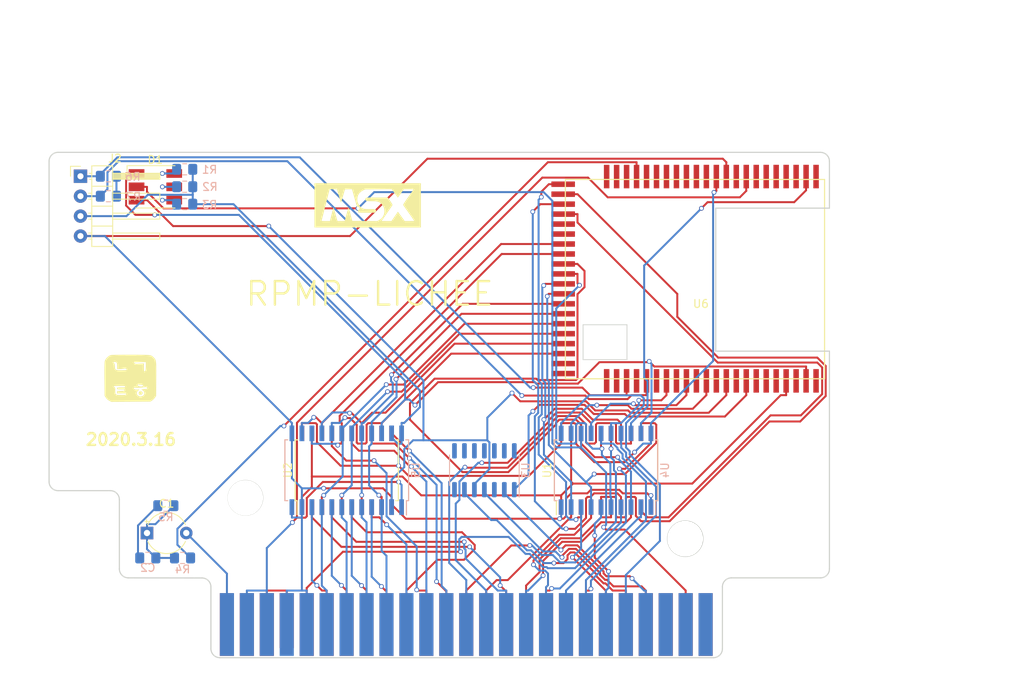
<source format=kicad_pcb>
(kicad_pcb (version 20171130) (host pcbnew 5.1.5+dfsg1-2)
  (layers (0 F.Cu mixed) (31 B.Cu mixed) (34 B.Paste user) (35 F.Paste user) (36 B.SilkS user) (37 F.SilkS user) (38 B.Mask user) (39 F.Mask user) (44 Edge.Cuts user))
  (net 0 "")
  (net 1 GND)
  (net 2 /RD3)
  (net 3 /RD4)
  (net 4 /RD6)
  (net 5 /RD7)
  (net 6 /RD0)
  (net 7 /RD1)
  (net 8 /RD2)
  (net 9 /RD5)
  (net 10 /WAIT)
  (net 11 /INT)
  (net 12 /BUSDIR)
  (net 13 /IORQ)
  (net 14 /MREQ)
  (net 15 /WR)
  (net 16 /RD)
  (net 17 /RESET)
  (net 18 /A9)
  (net 19 /A15)
  (net 20 /A11)
  (net 21 /A10)
  (net 22 /A7)
  (net 23 /A6)
  (net 24 /A12)
  (net 25 /A8)
  (net 26 /A14)
  (net 27 /A13)
  (net 28 /A1)
  (net 29 /A0)
  (net 30 /A3)
  (net 31 /A2)
  (net 32 /A5)
  (net 33 /A4)
  (net 34 /D1)
  (net 35 /D0)
  (net 36 /D3)
  (net 37 /D2)
  (net 38 /D5)
  (net 39 /D4)
  (net 40 /D7)
  (net 41 /D6)
  (net 42 /CLK)
  (net 43 "Net-(P1-Pad5)")
  (net 44 "Net-(P1-Pad16)")
  (net 45 /RA8)
  (net 46 /RA11)
  (net 47 /RA15)
  (net 48 /RA12)
  (net 49 /RA13)
  (net 50 /RA14)
  (net 51 "Net-(P1-Pad1)")
  (net 52 "Net-(P1-Pad2)")
  (net 53 "Net-(P1-Pad3)")
  (net 54 /SLTSL)
  (net 55 "Net-(P1-Pad6)")
  (net 56 "Net-(P1-Pad44)")
  (net 57 "Net-(P1-Pad48)")
  (net 58 "Net-(P1-Pad50)")
  (net 59 /M1)
  (net 60 /RC18)
  (net 61 /SOUNDIN)
  (net 62 "Net-(D1-Pad4)")
  (net 63 "Net-(D1-Pad5)")
  (net 64 "Net-(D1-Pad6)")
  (net 65 /DAT_EN)
  (net 66 /DAT_DIR)
  (net 67 /ADDR)
  (net 68 "Net-(C1-Pad1)")
  (net 69 /RA10)
  (net 70 /RA9)
  (net 71 "Net-(U6-Pad3)")
  (net 72 "Net-(C2-Pad1)")
  (net 73 /SDA)
  (net 74 /SCK)
  (net 75 /VCC)
  (net 76 /GND)
  (net 77 /5V0)
  (net 78 /RWAIT)
  (net 79 /RINT)
  (net 80 /RMREQ)
  (net 81 /RIORQ)
  (net 82 /RCLK)
  (net 83 /RRST)
  (net 84 "Net-(U6-Pad22)")
  (net 85 "Net-(U6-Pad21)")
  (net 86 "Net-(U6-Pad20)")
  (net 87 "Net-(U6-Pad18)")
  (net 88 "Net-(U6-Pad17)")
  (net 89 "Net-(U6-Pad16)")
  (net 90 "Net-(U6-Pad15)")
  (net 91 "Net-(U6-Pad14)")
  (net 92 "Net-(U6-Pad13)")
  (net 93 "Net-(U6-Pad12)")
  (net 94 "Net-(U6-Pad9)")
  (net 95 "Net-(U6-Pad7)")
  (net 96 "Net-(U6-Pad6)")
  (net 97 /TVOUT)
  (net 98 "Net-(U6-Pad4)")
  (net 99 "Net-(U6-Pad1)")
  (net 100 "Net-(U6-Pad64)")
  (net 101 "Net-(U6-Pad42)")
  (net 102 "Net-(U6-Pad41)")
  (net 103 "Net-(U6-Pad62)")
  (net 104 "Net-(U6-Pad60)")
  (net 105 /INTR)
  (net 106 "Net-(U6-Pad58)")
  (net 107 "Net-(U6-Pad56)")
  (net 108 "Net-(U6-Pad54)")
  (net 109 "Net-(U6-Pad52)")
  (net 110 "Net-(U6-Pad50)")
  (net 111 "Net-(U6-Pad48)")
  (net 112 "Net-(U6-Pad46)")
  (net 113 "Net-(U6-Pad44)")
  (net 114 "Net-(U6-Pad43)")
  (net 115 "Net-(U6-Pad28)")
  (net 116 "Net-(U6-Pad27)")
  (net 117 /3V3)
  (module MSX:licheepi_nano (layer F.Cu) (at 186.563 66.548 180)
    (fp_text reference U6 (at -0.7747 -2.413) (layer F.SilkS))
    (fp_text value licheepi_nano)
    (pad 23 smd rect (at 16.764 12.827 180) (size 3 0.7) (layers F.Cu F.Paste F.Mask) (net 48 /RA12))
    (pad 1 smd rect (at -15.4432 13.8049 180) (size 0.7 3) (layers F.Cu F.Paste F.Mask) (net 99 "Net-(U6-Pad1)"))
    (pad 2 smd rect (at -14.1732 13.8049 180) (size 0.7 3) (layers F.Cu F.Paste F.Mask) (net 83 /RRST))
    (pad 3 smd rect (at -12.9032 13.8049 180) (size 0.7 3) (layers F.Cu F.Paste F.Mask) (net 71 "Net-(U6-Pad3)"))
    (pad 4 smd rect (at -11.6332 13.8049 180) (size 0.7 3) (layers F.Cu F.Paste F.Mask) (net 98 "Net-(U6-Pad4)"))
    (pad 5 smd rect (at -10.3632 13.8049 180) (size 0.7 3) (layers F.Cu F.Paste F.Mask) (net 97 /TVOUT))
    (pad 6 smd rect (at -9.0932 13.8049 180) (size 0.7 3) (layers F.Cu F.Paste F.Mask) (net 96 "Net-(U6-Pad6)"))
    (pad 7 smd rect (at -7.8232 13.8049 180) (size 0.7 3) (layers F.Cu F.Paste F.Mask) (net 95 "Net-(U6-Pad7)"))
    (pad 8 smd rect (at -6.5532 13.8049 180) (size 0.7 3) (layers F.Cu F.Paste F.Mask) (net 77 /5V0))
    (pad 9 smd rect (at -5.2832 13.8049 180) (size 0.7 3) (layers F.Cu F.Paste F.Mask) (net 94 "Net-(U6-Pad9)"))
    (pad 10 smd rect (at -4.0132 13.8049 180) (size 0.7 3) (layers F.Cu F.Paste F.Mask) (net 76 /GND))
    (pad 11 smd rect (at -2.7432 13.8049 180) (size 0.7 3) (layers F.Cu F.Paste F.Mask) (net 75 /VCC))
    (pad 12 smd rect (at -1.4732 13.8049 180) (size 0.7 3) (layers F.Cu F.Paste F.Mask) (net 93 "Net-(U6-Pad12)"))
    (pad 13 smd rect (at -0.2032 13.8049 180) (size 0.7 3) (layers F.Cu F.Paste F.Mask) (net 92 "Net-(U6-Pad13)"))
    (pad 14 smd rect (at 1.0668 13.8049 180) (size 0.7 3) (layers F.Cu F.Paste F.Mask) (net 91 "Net-(U6-Pad14)"))
    (pad 15 smd rect (at 2.3368 13.8049 180) (size 0.7 3) (layers F.Cu F.Paste F.Mask) (net 90 "Net-(U6-Pad15)"))
    (pad 16 smd rect (at 3.6068 13.8049 180) (size 0.7 3) (layers F.Cu F.Paste F.Mask) (net 89 "Net-(U6-Pad16)"))
    (pad 17 smd rect (at 4.8768 13.8049 180) (size 0.7 3) (layers F.Cu F.Paste F.Mask) (net 88 "Net-(U6-Pad17)"))
    (pad 18 smd rect (at 6.1468 13.8049 180) (size 0.7 3) (layers F.Cu F.Paste F.Mask) (net 87 "Net-(U6-Pad18)"))
    (pad 19 smd rect (at 7.4168 13.8049 180) (size 0.7 3) (layers F.Cu F.Paste F.Mask) (net 60 /RC18))
    (pad 20 smd rect (at 8.6868 13.8049 180) (size 0.7 3) (layers F.Cu F.Paste F.Mask) (net 86 "Net-(U6-Pad20)"))
    (pad 21 smd rect (at 9.9568 13.8049 180) (size 0.7 3) (layers F.Cu F.Paste F.Mask) (net 85 "Net-(U6-Pad21)"))
    (pad 22 smd rect (at 11.2268 13.8049 180) (size 0.7 3) (layers F.Cu F.Paste F.Mask) (net 84 "Net-(U6-Pad22)"))
    (pad 24 smd rect (at 16.764 11.557 180) (size 3 0.7) (layers F.Cu F.Paste F.Mask) (net 49 /RA13))
    (pad 25 smd rect (at 16.764 10.287 180) (size 3 0.7) (layers F.Cu F.Paste F.Mask) (net 50 /RA14))
    (pad 26 smd rect (at 16.764 9.017 180) (size 3 0.7) (layers F.Cu F.Paste F.Mask) (net 47 /RA15))
    (pad 27 smd rect (at 16.764 7.747 180) (size 3 0.7) (layers F.Cu F.Paste F.Mask) (net 116 "Net-(U6-Pad27)"))
    (pad 28 smd rect (at 16.764 6.477 180) (size 3 0.7) (layers F.Cu F.Paste F.Mask) (net 115 "Net-(U6-Pad28)"))
    (pad 29 smd rect (at 16.764 5.207 180) (size 3 0.7) (layers F.Cu F.Paste F.Mask) (net 4 /RD6))
    (pad 30 smd rect (at 16.764 3.937 180) (size 3 0.7) (layers F.Cu F.Paste F.Mask) (net 5 /RD7))
    (pad 31 smd rect (at 16.764 2.667 180) (size 3 0.7) (layers F.Cu F.Paste F.Mask) (net 45 /RA8))
    (pad 32 smd rect (at 16.764 1.397 180) (size 3 0.7) (layers F.Cu F.Paste F.Mask) (net 70 /RA9))
    (pad 33 smd rect (at 16.764 0.127 180) (size 3 0.7) (layers F.Cu F.Paste F.Mask) (net 69 /RA10))
    (pad 34 smd rect (at 16.764 -1.143 180) (size 3 0.7) (layers F.Cu F.Paste F.Mask) (net 46 /RA11))
    (pad 35 smd rect (at 16.764 -2.413 180) (size 3 0.7) (layers F.Cu F.Paste F.Mask) (net 6 /RD0))
    (pad 36 smd rect (at 16.764 -3.683 180) (size 3 0.7) (layers F.Cu F.Paste F.Mask) (net 7 /RD1))
    (pad 37 smd rect (at 16.764 -4.953 180) (size 3 0.7) (layers F.Cu F.Paste F.Mask) (net 8 /RD2))
    (pad 38 smd rect (at 16.764 -6.223 180) (size 3 0.7) (layers F.Cu F.Paste F.Mask) (net 2 /RD3))
    (pad 39 smd rect (at 16.764 -7.493 180) (size 3 0.7) (layers F.Cu F.Paste F.Mask) (net 3 /RD4))
    (pad 40 smd rect (at 16.764 -8.763 180) (size 3 0.7) (layers F.Cu F.Paste F.Mask) (net 9 /RD5))
    (pad 43 smd rect (at 11.2268 -12.2301 180) (size 0.7 3) (layers F.Cu F.Paste F.Mask) (net 114 "Net-(U6-Pad43)"))
    (pad 44 smd rect (at 9.9568 -12.2301 180) (size 0.7 3) (layers F.Cu F.Paste F.Mask) (net 113 "Net-(U6-Pad44)"))
    (pad 45 smd rect (at 8.6868 -12.2301 180) (size 0.7 3) (layers F.Cu F.Paste F.Mask) (net 73 /SDA))
    (pad 46 smd rect (at 7.4168 -12.2301 180) (size 0.7 3) (layers F.Cu F.Paste F.Mask) (net 112 "Net-(U6-Pad46)"))
    (pad 47 smd rect (at 6.1468 -12.2301 180) (size 0.7 3) (layers F.Cu F.Paste F.Mask) (net 74 /SCK))
    (pad 48 smd rect (at 4.8768 -12.2301 180) (size 0.7 3) (layers F.Cu F.Paste F.Mask) (net 111 "Net-(U6-Pad48)"))
    (pad 49 smd rect (at 3.6068 -12.2301 180) (size 0.7 3) (layers F.Cu F.Paste F.Mask) (net 82 /RCLK))
    (pad 50 smd rect (at 2.3368 -12.2301 180) (size 0.7 3) (layers F.Cu F.Paste F.Mask) (net 110 "Net-(U6-Pad50)"))
    (pad 51 smd rect (at 1.0668 -12.2301 180) (size 0.7 3) (layers F.Cu F.Paste F.Mask) (net 81 /RIORQ))
    (pad 52 smd rect (at -0.2032 -12.2301 180) (size 0.7 3) (layers F.Cu F.Paste F.Mask) (net 109 "Net-(U6-Pad52)"))
    (pad 53 smd rect (at -1.4732 -12.2301 180) (size 0.7 3) (layers F.Cu F.Paste F.Mask) (net 80 /RMREQ))
    (pad 54 smd rect (at -2.7432 -12.2301 180) (size 0.7 3) (layers F.Cu F.Paste F.Mask) (net 108 "Net-(U6-Pad54)"))
    (pad 55 smd rect (at -4.0132 -12.2301 180) (size 0.7 3) (layers F.Cu F.Paste F.Mask) (net 66 /DAT_DIR))
    (pad 56 smd rect (at -5.2832 -12.2301 180) (size 0.7 3) (layers F.Cu F.Paste F.Mask) (net 107 "Net-(U6-Pad56)"))
    (pad 57 smd rect (at -6.5532 -12.2301 180) (size 0.7 3) (layers F.Cu F.Paste F.Mask) (net 78 /RWAIT))
    (pad 58 smd rect (at -7.8232 -12.2301 180) (size 0.7 3) (layers F.Cu F.Paste F.Mask) (net 106 "Net-(U6-Pad58)"))
    (pad 59 smd rect (at -9.0932 -12.2301 180) (size 0.7 3) (layers F.Cu F.Paste F.Mask) (net 105 /INTR))
    (pad 60 smd rect (at -10.3632 -12.2301 180) (size 0.7 3) (layers F.Cu F.Paste F.Mask) (net 104 "Net-(U6-Pad60)"))
    (pad 61 smd rect (at -11.6332 -12.2301 180) (size 0.7 3) (layers F.Cu F.Paste F.Mask) (net 67 /ADDR))
    (pad 62 smd rect (at -12.9032 -12.2301 180) (size 0.7 3) (layers F.Cu F.Paste F.Mask) (net 103 "Net-(U6-Pad62)"))
    (pad 41 smd rect (at 16.764 -10.033 180) (size 3 0.7) (layers F.Cu F.Paste F.Mask) (net 102 "Net-(U6-Pad41)"))
    (pad 42 smd rect (at 16.764 -11.303 180) (size 3 0.7) (layers F.Cu F.Paste F.Mask) (net 101 "Net-(U6-Pad42)"))
    (pad 63 smd rect (at -14.1732 -12.2301 180) (size 0.7 3) (layers F.Cu F.Paste F.Mask) (net 65 /DAT_EN))
    (pad 64 smd rect (at -15.4432 -12.2301 180) (size 0.7 3) (layers F.Cu F.Paste F.Mask) (net 100 "Net-(U6-Pad64)"))
  )
  (module Capacitor_SMD:C_0805_2012Metric_Pad1.15x1.40mm_HandSolder (layer B.Cu) (at 116.901 101.346)
    (fp_text reference C2 (at 0 1.25) (layer B.SilkS) (effects (justify mirror)))
    (fp_text value C)
    (pad 2 smd roundrect (at 1.025 0) (size 1.15 1.4) (layers B.Cu B.Paste B.Mask) (roundrect_rratio 0.217391) (net 68 "Net-(C1-Pad1)"))
    (pad 1 smd roundrect (at -1.025 0) (size 1.15 1.4) (layers B.Cu B.Paste B.Mask) (roundrect_rratio 0.217391) (net 72 "Net-(C2-Pad1)"))
  )
  (module Resistor_SMD:R_0805_2012Metric_Pad1.15x1.40mm_HandSolder (layer B.Cu) (at 121.602 51.816)
    (fp_text reference R1 (at 3.1628 0.0508) (layer B.SilkS) (effects (justify mirror)))
    (fp_text value R)
    (pad 2 smd roundrect (at 1.025 0) (size 1.15 1.4) (layers B.Cu B.Paste B.Mask) (roundrect_rratio 0.217391) (net 75 /VCC))
    (pad 1 smd roundrect (at -1.025 0) (size 1.15 1.4) (layers B.Cu B.Paste B.Mask) (roundrect_rratio 0.217391) (net 64 "Net-(D1-Pad6)"))
  )
  (module Resistor_SMD:R_0805_2012Metric_Pad1.15x1.40mm_HandSolder (layer B.Cu) (at 121.602 54.0385)
    (fp_text reference R2 (at 3.2136 0.0127) (layer B.SilkS) (effects (justify mirror)))
    (fp_text value R)
    (pad 2 smd roundrect (at 1.025 0) (size 1.15 1.4) (layers B.Cu B.Paste B.Mask) (roundrect_rratio 0.217391) (net 75 /VCC))
    (pad 1 smd roundrect (at -1.025 0) (size 1.15 1.4) (layers B.Cu B.Paste B.Mask) (roundrect_rratio 0.217391) (net 63 "Net-(D1-Pad5)"))
  )
  (module Resistor_SMD:R_0805_2012Metric_Pad1.15x1.40mm_HandSolder (layer B.Cu) (at 121.602 56.261)
    (fp_text reference R3 (at 3.1628 0.0762) (layer B.SilkS) (effects (justify mirror)))
    (fp_text value R)
    (pad 2 smd roundrect (at 1.025 0) (size 1.15 1.4) (layers B.Cu B.Paste B.Mask) (roundrect_rratio 0.217391) (net 75 /VCC))
    (pad 1 smd roundrect (at -1.025 0) (size 1.15 1.4) (layers B.Cu B.Paste B.Mask) (roundrect_rratio 0.217391) (net 62 "Net-(D1-Pad4)"))
  )
  (module Resistor_SMD:R_0805_2012Metric_Pad1.15x1.40mm_HandSolder (layer B.Cu) (at 121.328 101.346)
    (fp_text reference R4 (at 0 1.45) (layer B.SilkS) (effects (justify mirror)))
    (fp_text value R)
    (pad 2 smd roundrect (at 1.025 0) (size 1.15 1.4) (layers B.Cu B.Paste B.Mask) (roundrect_rratio 0.217391) (net 60 /RC18))
    (pad 1 smd roundrect (at -1.025 0) (size 1.15 1.4) (layers B.Cu B.Paste B.Mask) (roundrect_rratio 0.217391) (net 68 "Net-(C1-Pad1)"))
  )
  (module Resistor_SMD:R_0805_2012Metric_Pad1.15x1.40mm_HandSolder (layer B.Cu) (at 119.202 94.6912)
    (fp_text reference R5 (at 0 1.45) (layer B.SilkS) (effects (justify mirror)))
    (fp_text value R)
    (pad 2 smd roundrect (at 1.025 0) (size 1.15 1.4) (layers B.Cu B.Paste B.Mask) (roundrect_rratio 0.217391) (net 68 "Net-(C1-Pad1)"))
    (pad 1 smd roundrect (at -1.025 0) (size 1.15 1.4) (layers B.Cu B.Paste B.Mask) (roundrect_rratio 0.217391) (net 72 "Net-(C2-Pad1)"))
  )
  (module MSX:card_edge_connector (layer F.Cu) (at 156.2 106.68)
    (fp_text reference P1 hide)
    (fp_text value CONN_02X25)
    (pad "" np_thru_hole circle (at 29.12364 -7.78256) (size 4.5 4.5) (drill 4.5) (layers *.Cu *.Mask F.SilkS) (clearance 0.5))
    (pad 1 connect rect (at 31.73984 3.14744) (size 1.8 8) (layers B.Cu B.Mask) (net 51 "Net-(P1-Pad1)"))
    (pad 2 connect rect (at 31.73984 3.14744) (size 1.8 8) (layers F.Cu F.Mask) (net 52 "Net-(P1-Pad2)"))
    (pad 3 connect rect (at 29.19984 3.14744) (size 1.8 8) (layers B.Cu B.Mask) (net 53 "Net-(P1-Pad3)"))
    (pad 4 connect rect (at 29.19984 3.14744) (size 1.8 8) (layers F.Cu F.Mask) (net 54 /SLTSL))
    (pad 5 connect rect (at 26.65984 3.14744) (size 1.8 8) (layers B.Cu B.Mask) (net 43 "Net-(P1-Pad5)"))
    (pad 6 connect rect (at 26.65984 3.14744) (size 1.8 8) (layers F.Cu F.Mask) (net 55 "Net-(P1-Pad6)"))
    (pad 7 connect rect (at 24.11984 3.14744) (size 1.8 8) (layers B.Cu B.Mask) (net 10 /WAIT))
    (pad 8 connect rect (at 24.11984 3.14744) (size 1.8 8) (layers F.Cu F.Mask) (net 11 /INT))
    (pad 9 connect rect (at 21.57984 3.14744) (size 1.8 8) (layers B.Cu B.Mask) (net 59 /M1))
    (pad 10 connect rect (at 21.57984 3.14744) (size 1.8 8) (layers F.Cu F.Mask) (net 12 /BUSDIR))
    (pad 11 connect rect (at 19.03984 3.14744) (size 1.8 8) (layers B.Cu B.Mask) (net 13 /IORQ))
    (pad 12 connect rect (at 19.03984 3.14744) (size 1.8 8) (layers F.Cu F.Mask) (net 14 /MREQ))
    (pad 13 connect rect (at 16.49984 3.14744) (size 1.8 8) (layers B.Cu B.Mask) (net 15 /WR))
    (pad 14 connect rect (at 16.49984 3.14744) (size 1.8 8) (layers F.Cu F.Mask) (net 16 /RD))
    (pad 15 connect rect (at 13.95984 3.14744) (size 1.8 8) (layers B.Cu B.Mask) (net 17 /RESET))
    (pad 16 connect rect (at 13.95984 3.14744) (size 1.8 8) (layers F.Cu F.Mask) (net 44 "Net-(P1-Pad16)"))
    (pad 17 connect rect (at 11.41984 3.14744) (size 1.8 8) (layers B.Cu B.Mask) (net 18 /A9))
    (pad 18 connect rect (at 11.41984 3.14744) (size 1.8 8) (layers F.Cu F.Mask) (net 19 /A15))
    (pad 19 connect rect (at 8.87984 3.14744) (size 1.8 8) (layers B.Cu B.Mask) (net 20 /A11))
    (pad 20 connect rect (at 8.87984 3.14744) (size 1.8 8) (layers F.Cu F.Mask) (net 21 /A10))
    (pad 21 connect rect (at 6.33984 3.14744) (size 1.8 8) (layers B.Cu B.Mask) (net 22 /A7))
    (pad 22 connect rect (at 6.33984 3.14744) (size 1.8 8) (layers F.Cu F.Mask) (net 23 /A6))
    (pad 23 connect rect (at 3.79984 3.14744) (size 1.8 8) (layers B.Cu B.Mask) (net 24 /A12))
    (pad 24 connect rect (at 3.79984 3.14744) (size 1.8 8) (layers F.Cu F.Mask) (net 25 /A8))
    (pad 25 connect rect (at 1.25984 3.14744) (size 1.8 8) (layers B.Cu B.Mask) (net 26 /A14))
    (pad 26 connect rect (at 1.25984 3.14744) (size 1.8 8) (layers F.Cu F.Mask) (net 27 /A13))
    (pad 27 connect rect (at -1.28016 3.14744) (size 1.8 8) (layers B.Cu B.Mask) (net 28 /A1))
    (pad 28 connect rect (at -1.28016 3.14744) (size 1.8 8) (layers F.Cu F.Mask) (net 29 /A0))
    (pad 29 connect rect (at -3.82016 3.14744) (size 1.8 8) (layers B.Cu B.Mask) (net 30 /A3))
    (pad 30 connect rect (at -3.82016 3.14744) (size 1.8 8) (layers F.Cu F.Mask) (net 31 /A2))
    (pad 31 connect rect (at -6.36016 3.14744) (size 1.8 8) (layers B.Cu B.Mask) (net 32 /A5))
    (pad 32 connect rect (at -6.36016 3.14744) (size 1.8 8) (layers F.Cu F.Mask) (net 33 /A4))
    (pad 33 connect rect (at -8.90016 3.14744) (size 1.8 8) (layers B.Cu B.Mask) (net 34 /D1))
    (pad 34 connect rect (at -8.90016 3.14744) (size 1.8 8) (layers F.Cu F.Mask) (net 35 /D0))
    (pad 35 connect rect (at -11.44016 3.14744) (size 1.8 8) (layers B.Cu B.Mask) (net 36 /D3))
    (pad 36 connect rect (at -11.44016 3.14744) (size 1.8 8) (layers F.Cu F.Mask) (net 37 /D2))
    (pad 37 connect rect (at -13.98016 3.14744) (size 1.8 8) (layers B.Cu B.Mask) (net 38 /D5))
    (pad 38 connect rect (at -13.98016 3.14744) (size 1.8 8) (layers F.Cu F.Mask) (net 39 /D4))
    (pad 39 connect rect (at -16.52016 3.14744) (size 1.8 8) (layers B.Cu B.Mask) (net 40 /D7))
    (pad 40 connect rect (at -16.52016 3.14744) (size 1.8 8) (layers F.Cu F.Mask) (net 41 /D6))
    (pad 41 connect rect (at -19.06016 3.14744) (size 1.8 8) (layers B.Cu B.Mask) (net 76 /GND))
    (pad 42 connect rect (at -19.06016 3.14744) (size 1.8 8) (layers F.Cu F.Mask) (net 42 /CLK))
    (pad 43 connect rect (at -21.60016 3.14744) (size 1.8 8) (layers B.Cu B.Mask) (net 76 /GND))
    (pad 44 connect rect (at -21.60524 2.65468) (size 1.8 7) (layers F.Cu F.Mask) (net 56 "Net-(P1-Pad44)"))
    (pad 45 connect rect (at -24.14016 3.14744) (size 1.8 8) (layers B.Cu B.Mask) (net 77 /5V0))
    (pad 46 connect rect (at -24.14016 3.14744) (size 1.8 8) (layers F.Cu F.Mask) (net 56 "Net-(P1-Pad44)"))
    (pad 47 connect rect (at -26.68016 3.14744) (size 1.8 8) (layers B.Cu B.Mask) (net 77 /5V0))
    (pad 48 connect rect (at -26.68016 3.14744) (size 1.8 8) (layers F.Cu F.Mask) (net 57 "Net-(P1-Pad48)"))
    (pad 49 connect rect (at -29.22016 3.14744) (size 1.8 8) (layers B.Cu B.Mask) (net 61 /SOUNDIN))
    (pad 50 connect rect (at -29.22016 3.14744) (size 1.8 8) (layers F.Cu F.Mask) (net 58 "Net-(P1-Pad50)"))
    (pad "" np_thru_hole circle (at -26.87574 -12.98448) (size 4.5 4.5) (drill 4.5) (layers *.Cu *.Mask F.SilkS) (clearance 0.5))
  )
  (module LEDs:LED_RGB_5050-6 (layer F.Cu) (at 117.869 54.053)
    (fp_text reference D1 (at -0.013 -3.4435 180) (layer F.SilkS))
    (fp_text value LED_RGB)
    (pad 1 smd rect (at -2.4 -1.7 90) (size 1.1 2) (layers F.Cu F.Paste F.Mask) (net 65 /DAT_EN))
    (pad 2 smd rect (at -2.4 0 90) (size 1.1 2) (layers F.Cu F.Paste F.Mask) (net 54 /SLTSL))
    (pad 3 smd rect (at -2.4 1.7 90) (size 1.1 2) (layers F.Cu F.Paste F.Mask) (net 66 /DAT_DIR))
    (pad 4 smd rect (at 2.4 1.7 90) (size 1.1 2) (layers F.Cu F.Paste F.Mask) (net 62 "Net-(D1-Pad4)"))
    (pad 5 smd rect (at 2.4 0 90) (size 1.1 2) (layers F.Cu F.Paste F.Mask) (net 63 "Net-(D1-Pad5)"))
    (pad 6 smd rect (at 2.4 -1.7 90) (size 1.1 2) (layers F.Cu F.Paste F.Mask) (net 64 "Net-(D1-Pad6)"))
  )
  (module Housings_SOIC:SOIC-20W_7.5x12.8mm_Pitch1.27mm (layer F.Cu) (at 175.26 90.17 90)
    (fp_text reference U1 (at 0 -7.5 90) (layer F.SilkS))
    (fp_text value 74HC244)
    (pad 1 smd rect (at -4.7 -5.715 90) (size 1.95 0.6) (layers F.Cu F.Paste F.Mask) (net 67 /ADDR))
    (pad 2 smd rect (at -4.7 -4.445 90) (size 1.95 0.6) (layers F.Cu F.Paste F.Mask) (net 25 /A8))
    (pad 3 smd rect (at -4.7 -3.175 90) (size 1.95 0.6) (layers F.Cu F.Paste F.Mask) (net 48 /RA12))
    (pad 4 smd rect (at -4.7 -1.905 90) (size 1.95 0.6) (layers F.Cu F.Paste F.Mask) (net 18 /A9))
    (pad 5 smd rect (at -4.7 -0.635 90) (size 1.95 0.6) (layers F.Cu F.Paste F.Mask) (net 49 /RA13))
    (pad 6 smd rect (at -4.7 0.635 90) (size 1.95 0.6) (layers F.Cu F.Paste F.Mask) (net 21 /A10))
    (pad 7 smd rect (at -4.7 1.905 90) (size 1.95 0.6) (layers F.Cu F.Paste F.Mask) (net 50 /RA14))
    (pad 8 smd rect (at -4.7 3.175 90) (size 1.95 0.6) (layers F.Cu F.Paste F.Mask) (net 20 /A11))
    (pad 9 smd rect (at -4.7 4.445 90) (size 1.95 0.6) (layers F.Cu F.Paste F.Mask) (net 47 /RA15))
    (pad 10 smd rect (at -4.7 5.715 90) (size 1.95 0.6) (layers F.Cu F.Paste F.Mask) (net 76 /GND))
    (pad 11 smd rect (at 4.7 5.715 90) (size 1.95 0.6) (layers F.Cu F.Paste F.Mask) (net 19 /A15))
    (pad 12 smd rect (at 4.7 4.445 90) (size 1.95 0.6) (layers F.Cu F.Paste F.Mask) (net 46 /RA11))
    (pad 13 smd rect (at 4.7 3.175 90) (size 1.95 0.6) (layers F.Cu F.Paste F.Mask) (net 26 /A14))
    (pad 14 smd rect (at 4.7 1.905 90) (size 1.95 0.6) (layers F.Cu F.Paste F.Mask) (net 69 /RA10))
    (pad 15 smd rect (at 4.7 0.635 90) (size 1.95 0.6) (layers F.Cu F.Paste F.Mask) (net 27 /A13))
    (pad 16 smd rect (at 4.7 -0.635 90) (size 1.95 0.6) (layers F.Cu F.Paste F.Mask) (net 70 /RA9))
    (pad 17 smd rect (at 4.7 -1.905 90) (size 1.95 0.6) (layers F.Cu F.Paste F.Mask) (net 24 /A12))
    (pad 18 smd rect (at 4.7 -3.175 90) (size 1.95 0.6) (layers F.Cu F.Paste F.Mask) (net 45 /RA8))
    (pad 19 smd rect (at 4.7 -4.445 90) (size 1.95 0.6) (layers F.Cu F.Paste F.Mask) (net 67 /ADDR))
    (pad 20 smd rect (at 4.7 -5.715 90) (size 1.95 0.6) (layers F.Cu F.Paste F.Mask) (net 75 /VCC))
  )
  (module Housings_SOIC:SOIC-20W_7.5x12.8mm_Pitch1.27mm (layer F.Cu) (at 142.24 90.17 90)
    (fp_text reference U2 (at 0 -7.5 90) (layer F.SilkS))
    (fp_text value 74HC244)
    (pad 1 smd rect (at -4.7 -5.715 90) (size 1.95 0.6) (layers F.Cu F.Paste F.Mask) (net 67 /ADDR))
    (pad 2 smd rect (at -4.7 -4.445 90) (size 1.95 0.6) (layers F.Cu F.Paste F.Mask) (net 23 /A6))
    (pad 3 smd rect (at -4.7 -3.175 90) (size 1.95 0.6) (layers F.Cu F.Paste F.Mask) (net 8 /RD2))
    (pad 4 smd rect (at -4.7 -1.905 90) (size 1.95 0.6) (layers F.Cu F.Paste F.Mask) (net 22 /A7))
    (pad 5 smd rect (at -4.7 -0.635 90) (size 1.95 0.6) (layers F.Cu F.Paste F.Mask) (net 2 /RD3))
    (pad 6 smd rect (at -4.7 0.635 90) (size 1.95 0.6) (layers F.Cu F.Paste F.Mask) (net 33 /A4))
    (pad 7 smd rect (at -4.7 1.905 90) (size 1.95 0.6) (layers F.Cu F.Paste F.Mask) (net 6 /RD0))
    (pad 8 smd rect (at -4.7 3.175 90) (size 1.95 0.6) (layers F.Cu F.Paste F.Mask) (net 32 /A5))
    (pad 9 smd rect (at -4.7 4.445 90) (size 1.95 0.6) (layers F.Cu F.Paste F.Mask) (net 7 /RD1))
    (pad 10 smd rect (at -4.7 5.715 90) (size 1.95 0.6) (layers F.Cu F.Paste F.Mask) (net 76 /GND))
    (pad 11 smd rect (at 4.7 5.715 90) (size 1.95 0.6) (layers F.Cu F.Paste F.Mask) (net 28 /A1))
    (pad 12 smd rect (at 4.7 4.445 90) (size 1.95 0.6) (layers F.Cu F.Paste F.Mask) (net 9 /RD5))
    (pad 13 smd rect (at 4.7 3.175 90) (size 1.95 0.6) (layers F.Cu F.Paste F.Mask) (net 29 /A0))
    (pad 14 smd rect (at 4.7 1.905 90) (size 1.95 0.6) (layers F.Cu F.Paste F.Mask) (net 3 /RD4))
    (pad 15 smd rect (at 4.7 0.635 90) (size 1.95 0.6) (layers F.Cu F.Paste F.Mask) (net 30 /A3))
    (pad 16 smd rect (at 4.7 -0.635 90) (size 1.95 0.6) (layers F.Cu F.Paste F.Mask) (net 5 /RD7))
    (pad 17 smd rect (at 4.7 -1.905 90) (size 1.95 0.6) (layers F.Cu F.Paste F.Mask) (net 31 /A2))
    (pad 18 smd rect (at 4.7 -3.175 90) (size 1.95 0.6) (layers F.Cu F.Paste F.Mask) (net 4 /RD6))
    (pad 19 smd rect (at 4.7 -4.445 90) (size 1.95 0.6) (layers F.Cu F.Paste F.Mask) (net 67 /ADDR))
    (pad 20 smd rect (at 4.7 -5.715 90) (size 1.95 0.6) (layers F.Cu F.Paste F.Mask) (net 75 /VCC))
  )
  (module Housings_SOIC:SOIC-20W_7.5x12.8mm_Pitch1.27mm (layer B.Cu) (at 175.26 90.17 90)
    (fp_text reference U4 (at 0 7.5 90) (layer B.SilkS) (effects (justify mirror)))
    (fp_text value 74HC244)
    (pad 1 smd rect (at -4.7 5.715 90) (size 1.95 0.6) (layers B.Cu B.Paste B.Mask) (net 76 /GND))
    (pad 2 smd rect (at -4.7 4.445 90) (size 1.95 0.6) (layers B.Cu B.Paste B.Mask) (net 17 /RESET))
    (pad 3 smd rect (at -4.7 3.175 90) (size 1.95 0.6) (layers B.Cu B.Paste B.Mask) (net 45 /RA8))
    (pad 4 smd rect (at -4.7 1.905 90) (size 1.95 0.6) (layers B.Cu B.Paste B.Mask) (net 42 /CLK))
    (pad 5 smd rect (at -4.7 0.635 90) (size 1.95 0.6) (layers B.Cu B.Paste B.Mask) (net 70 /RA9))
    (pad 6 smd rect (at -4.7 -0.635 90) (size 1.95 0.6) (layers B.Cu B.Paste B.Mask) (net 13 /IORQ))
    (pad 7 smd rect (at -4.7 -1.905 90) (size 1.95 0.6) (layers B.Cu B.Paste B.Mask) (net 46 /RA11))
    (pad 8 smd rect (at -4.7 -3.175 90) (size 1.95 0.6) (layers B.Cu B.Paste B.Mask) (net 14 /MREQ))
    (pad 9 smd rect (at -4.7 -4.445 90) (size 1.95 0.6) (layers B.Cu B.Paste B.Mask) (net 69 /RA10))
    (pad 10 smd rect (at -4.7 -5.715 90) (size 1.95 0.6) (layers B.Cu B.Paste B.Mask) (net 76 /GND))
    (pad 11 smd rect (at 4.7 -5.715 90) (size 1.95 0.6) (layers B.Cu B.Paste B.Mask) (net 59 /M1))
    (pad 12 smd rect (at 4.7 -4.445 90) (size 1.95 0.6) (layers B.Cu B.Paste B.Mask) (net 80 /RMREQ))
    (pad 13 smd rect (at 4.7 -3.175 90) (size 1.95 0.6) (layers B.Cu B.Paste B.Mask) (net 54 /SLTSL))
    (pad 14 smd rect (at 4.7 -1.905 90) (size 1.95 0.6) (layers B.Cu B.Paste B.Mask) (net 81 /RIORQ))
    (pad 15 smd rect (at 4.7 -0.635 90) (size 1.95 0.6) (layers B.Cu B.Paste B.Mask) (net 15 /WR))
    (pad 16 smd rect (at 4.7 0.635 90) (size 1.95 0.6) (layers B.Cu B.Paste B.Mask) (net 82 /RCLK))
    (pad 17 smd rect (at 4.7 1.905 90) (size 1.95 0.6) (layers B.Cu B.Paste B.Mask) (net 16 /RD))
    (pad 18 smd rect (at 4.7 3.175 90) (size 1.95 0.6) (layers B.Cu B.Paste B.Mask) (net 83 /RRST))
    (pad 19 smd rect (at 4.7 4.445 90) (size 1.95 0.6) (layers B.Cu B.Paste B.Mask) (net 65 /DAT_EN))
    (pad 20 smd rect (at 4.7 5.715 90) (size 1.95 0.6) (layers B.Cu B.Paste B.Mask) (net 75 /VCC))
  )
  (module Housings_SOIC:SOIC-24W_7.5x15.4mm_Pitch1.27mm (layer B.Cu) (at 142.24 90.17 90)
    (fp_text reference U5 (at 0 8.8 90) (layer B.SilkS) (effects (justify mirror)))
    (fp_text value LVC4245)
    (pad 1 smd rect (at -4.7 6.985 90) (size 2 0.6) (layers B.Cu B.Paste B.Mask) (net 77 /5V0))
    (pad 2 smd rect (at -4.7 5.715 90) (size 2 0.6) (layers B.Cu B.Paste B.Mask) (net 66 /DAT_DIR))
    (pad 3 smd rect (at -4.7 4.445 90) (size 2 0.6) (layers B.Cu B.Paste B.Mask) (net 34 /D1))
    (pad 4 smd rect (at -4.7 3.175 90) (size 2 0.6) (layers B.Cu B.Paste B.Mask) (net 35 /D0))
    (pad 5 smd rect (at -4.7 1.905 90) (size 2 0.6) (layers B.Cu B.Paste B.Mask) (net 36 /D3))
    (pad 6 smd rect (at -4.7 0.635 90) (size 2 0.6) (layers B.Cu B.Paste B.Mask) (net 37 /D2))
    (pad 7 smd rect (at -4.7 -0.635 90) (size 2 0.6) (layers B.Cu B.Paste B.Mask) (net 38 /D5))
    (pad 8 smd rect (at -4.7 -1.905 90) (size 2 0.6) (layers B.Cu B.Paste B.Mask) (net 39 /D4))
    (pad 9 smd rect (at -4.7 -3.175 90) (size 2 0.6) (layers B.Cu B.Paste B.Mask) (net 40 /D7))
    (pad 10 smd rect (at -4.7 -4.445 90) (size 2 0.6) (layers B.Cu B.Paste B.Mask) (net 41 /D6))
    (pad 11 smd rect (at -4.7 -5.715 90) (size 2 0.6) (layers B.Cu B.Paste B.Mask) (net 76 /GND))
    (pad 12 smd rect (at -4.7 -6.985 90) (size 2 0.6) (layers B.Cu B.Paste B.Mask) (net 76 /GND))
    (pad 13 smd rect (at 4.7 -6.985 90) (size 2 0.6) (layers B.Cu B.Paste B.Mask) (net 76 /GND))
    (pad 14 smd rect (at 4.7 -5.715 90) (size 2 0.6) (layers B.Cu B.Paste B.Mask) (net 4 /RD6))
    (pad 15 smd rect (at 4.7 -4.445 90) (size 2 0.6) (layers B.Cu B.Paste B.Mask) (net 5 /RD7))
    (pad 16 smd rect (at 4.7 -3.175 90) (size 2 0.6) (layers B.Cu B.Paste B.Mask) (net 3 /RD4))
    (pad 17 smd rect (at 4.7 -1.905 90) (size 2 0.6) (layers B.Cu B.Paste B.Mask) (net 9 /RD5))
    (pad 18 smd rect (at 4.7 -0.635 90) (size 2 0.6) (layers B.Cu B.Paste B.Mask) (net 8 /RD2))
    (pad 19 smd rect (at 4.7 0.635 90) (size 2 0.6) (layers B.Cu B.Paste B.Mask) (net 2 /RD3))
    (pad 20 smd rect (at 4.7 1.905 90) (size 2 0.6) (layers B.Cu B.Paste B.Mask) (net 6 /RD0))
    (pad 21 smd rect (at 4.7 3.175 90) (size 2 0.6) (layers B.Cu B.Paste B.Mask) (net 7 /RD1))
    (pad 22 smd rect (at 4.7 4.445 90) (size 2 0.6) (layers B.Cu B.Paste B.Mask) (net 65 /DAT_EN))
    (pad 23 smd rect (at 4.7 5.715 90) (size 2 0.6) (layers B.Cu B.Paste B.Mask) (net 75 /VCC))
    (pad 24 smd rect (at 4.7 6.985 90) (size 2 0.6) (layers B.Cu B.Paste B.Mask) (net 75 /VCC))
  )
  (module MSX:LOGO (layer F.Cu) (at 144.907 56.388)
    (fp_text reference G2 hide)
    (fp_text value LOGO hide)
  )
  (module MSX:srxg10 (layer F.Cu) (at 114.6302 78.8035)
    (fp_text reference G1 hide)
    (fp_text value LOGO hide)
  )
  (module Connector_PinHeader_2.54mm:PinHeader_1x04_P2.54mm_Horizontal (layer F.Cu) (at 108.331 52.705)
    (fp_text reference J2 (at 4.385 -2.27) (layer F.SilkS))
    (fp_text value Conn_01x04)
    (pad 1 thru_hole rect (at 0 0) (size 1.7 1.7) (drill 0.775) (layers *.Cu *.Mask) (net 73 /SDA))
    (pad 2 thru_hole oval (at 0 2.54) (size 1.7 1.7) (drill 0.775) (layers *.Cu *.Mask) (net 74 /SCK))
    (pad 3 thru_hole oval (at 0 5.08) (size 1.7 1.7) (drill 0.775) (layers *.Cu *.Mask) (net 75 /VCC))
    (pad 4 thru_hole oval (at 0 7.62) (size 1.7 1.7) (drill 0.775) (layers *.Cu *.Mask) (net 76 /GND))
  )
  (module Package_SO:SOIC-14_3.9x8.7mm_P1.27mm (layer B.Cu) (at 159.766 90.17 90)
    (fp_text reference U3 (at 0 5.28 90) (layer B.SilkS) (effects (justify mirror)))
    (fp_text value 74LS07)
    (pad 1 smd roundrect (at -2.475 3.81 90) (size 1.95 0.6) (layers B.Cu B.Paste B.Mask) (net 78 /RWAIT))
    (pad 2 smd roundrect (at -2.475 2.54 90) (size 1.95 0.6) (layers B.Cu B.Paste B.Mask) (net 10 /WAIT))
    (pad 3 smd roundrect (at -2.475 1.27 90) (size 1.95 0.6) (layers B.Cu B.Paste B.Mask) (net 79 /RINT))
    (pad 4 smd roundrect (at -2.475 0 90) (size 1.95 0.6) (layers B.Cu B.Paste B.Mask) (net 11 /INT))
    (pad 5 smd roundrect (at -2.475 -1.27 90) (size 1.95 0.6) (layers B.Cu B.Paste B.Mask) (net 66 /DAT_DIR))
    (pad 6 smd roundrect (at -2.475 -2.54 90) (size 1.95 0.6) (layers B.Cu B.Paste B.Mask) (net 12 /BUSDIR))
    (pad 7 smd roundrect (at -2.475 -3.81 90) (size 1.95 0.6) (layers B.Cu B.Paste B.Mask))
    (pad 8 smd roundrect (at 2.475 -3.81 90) (size 1.95 0.6) (layers B.Cu B.Paste B.Mask))
    (pad 9 smd roundrect (at 2.475 -2.54 90) (size 1.95 0.6) (layers B.Cu B.Paste B.Mask))
    (pad 10 smd roundrect (at 2.475 -1.27 90) (size 1.95 0.6) (layers B.Cu B.Paste B.Mask))
    (pad 11 smd roundrect (at 2.475 0 90) (size 1.95 0.6) (layers B.Cu B.Paste B.Mask))
    (pad 12 smd roundrect (at 2.475 1.27 90) (size 1.95 0.6) (layers B.Cu B.Paste B.Mask))
    (pad 13 smd roundrect (at 2.475 2.54 90) (size 1.95 0.6) (layers B.Cu B.Paste B.Mask))
    (pad 14 smd roundrect (at 2.475 3.81 90) (size 1.95 0.6) (layers B.Cu B.Paste B.Mask))
  )
  (module Capacitor_THT:CP_Radial_Tantal_D5.0mm_P5.00mm (layer F.Cu) (at 116.802 98.171)
    (fp_text reference C1 (at 2.5 -3.75) (layer F.SilkS))
    (fp_text value CP)
    (pad 1 thru_hole rect (at 0 0) (size 1.6 1.6) (drill 0.8) (layers *.Cu *.Mask) (net 68 "Net-(C1-Pad1)"))
    (pad 2 thru_hole circle (at 5 0) (size 1.6 1.6) (drill 0.8) (layers *.Cu *.Mask) (net 61 /SOUNDIN))
  )
  (module Resistor_SMD:R_0805_2012Metric_Pad1.15x1.40mm_HandSolder (layer B.Cu) (at 111.887 52.705 180)
    (fp_text reference R6 (at -3.1115 -0.0635) (layer B.SilkS) (effects (justify mirror)))
    (fp_text value R)
    (pad 2 smd roundrect (at 1.025 0 180) (size 1.15 1.4) (layers B.Cu B.Paste B.Mask) (roundrect_rratio 0.217391) (net 73 /SDA))
    (pad 1 smd roundrect (at -1.025 0 180) (size 1.15 1.4) (layers B.Cu B.Paste B.Mask) (roundrect_rratio 0.217391) (net 117 /3V3))
  )
  (module Resistor_SMD:R_0805_2012Metric_Pad1.15x1.40mm_HandSolder (layer B.Cu) (at 111.887 55.245 180)
    (fp_text reference R7 (at -3.175 -0.0635) (layer B.SilkS) (effects (justify mirror)))
    (fp_text value R)
    (pad 1 smd roundrect (at -1.025 0 180) (size 1.15 1.4) (layers B.Cu B.Paste B.Mask) (roundrect_rratio 0.217391) (net 117 /3V3))
    (pad 2 smd roundrect (at 1.025 0 180) (size 1.15 1.4) (layers B.Cu B.Paste B.Mask) (roundrect_rratio 0.217391) (net 74 /SCK))
  )
  (gr_line (start 177.927 71.628) (end 177.927 76.073) (layer Edge.Cuts) (width 0.1))
  (gr_line (start 177.927 71.628) (end 172.339 71.628) (layer Edge.Cuts) (width 0.1))
  (gr_line (start 189.23 74.9935) (end 203.708 74.9935) (layer Edge.Cuts) (width 0.15))
  (gr_line (start 189.23 56.769) (end 189.23 74.9935) (layer Edge.Cuts) (width 0.15))
  (gr_line (start 203.708 56.769) (end 189.23 56.769) (layer Edge.Cuts) (width 0.15))
  (gr_line (start 172.339 71.628) (end 172.339 76.073) (layer Edge.Cuts) (width 0.1))
  (gr_line (start 177.927 76.073) (end 172.339 76.073) (layer Edge.Cuts) (width 0.1))
  (gr_line (start 203.708 56.769) (end 203.708 50.8) (layer Edge.Cuts) (width 0.15))
  (gr_text 2020.3.16 (at 114.7572 86.2584) (layer F.SilkS) (effects (font (size 1.5 1.5) (thickness 0.3))))
  (gr_text RPMP-LICHEE (at 145.161 67.691) (layer F.SilkS) (effects (font (size 3 3) (thickness 0.3))))
  (gr_arc (start 202.565 50.8) (end 203.708 50.8) (angle -90) (layer Edge.Cuts) (width 0.15))
  (gr_line (start 203.708 102.743) (end 203.708 74.9935) (angle 90) (layer Edge.Cuts) (width 0.15))
  (gr_line (start 104.3305 91.6305) (end 104.3305 50.8) (layer Edge.Cuts) (width 0.15))
  (gr_arc (start 112.141 93.9165) (end 112.141 92.7735) (angle 90) (layer Edge.Cuts) (width 0.15))
  (gr_arc (start 105.4735 91.6305) (end 105.4735 92.7735) (angle 90) (layer Edge.Cuts) (width 0.15))
  (gr_line (start 112.141 92.7735) (end 105.4735 92.7735) (layer Edge.Cuts) (width 0.15))
  (gr_line (start 124.9426 112.9157) (end 124.9426 105.0417) (layer Edge.Cuts) (width 0.15))
  (gr_line (start 114.427 103.886) (end 123.7996 103.8987) (layer Edge.Cuts) (width 0.15))
  (gr_arc (start 114.427 102.743) (end 114.427 103.886) (angle 90) (layer Edge.Cuts) (width 0.15))
  (gr_arc (start 123.7996 105.0417) (end 123.7996 103.8987) (angle 90) (layer Edge.Cuts) (width 0.15))
  (gr_line (start 191.2239 103.886) (end 202.565 103.886) (layer Edge.Cuts) (width 0.15))
  (gr_arc (start 202.565 102.743) (end 202.565 103.886) (angle -90) (layer Edge.Cuts) (width 0.15))
  (gr_line (start 190.0809 112.9157) (end 190.0809 105.029) (layer Edge.Cuts) (width 0.15))
  (gr_arc (start 191.2239 105.029) (end 191.2239 103.886) (angle -90) (layer Edge.Cuts) (width 0.15))
  (gr_circle (center 129.3368 93.6879) (end 130.9878 95.1611) (layer Edge.Cuts) (width 0.15))
  (gr_circle (center 185.3438 98.8949) (end 187.1472 100.2538) (layer Edge.Cuts) (width 0.15))
  (gr_arc (start 105.4735 50.8) (end 104.3305 50.8) (angle 90) (layer Edge.Cuts) (width 0.15))
  (gr_arc (start 188.9379 112.9157) (end 188.9379 114.0587) (angle -90) (layer Edge.Cuts) (width 0.15))
  (gr_arc (start 126.0856 112.9157) (end 126.0856 114.0587) (angle 90) (layer Edge.Cuts) (width 0.15))
  (gr_line (start 126.0856 114.0587) (end 188.9379 114.0587) (angle 90) (layer Edge.Cuts) (width 0.15))
  (gr_line (start 113.284 93.9165) (end 113.284 102.743) (angle 90) (layer Edge.Cuts) (width 0.15))
  (gr_line (start 202.57 49.657) (end 105.4735 49.657) (angle 90) (layer Edge.Cuts) (width 0.15))
  (segment (start 169.799 72.771) (end 156.6052 72.771) (width 0.25) (layer F.Cu) (net 2))
  (segment (start 156.6052 72.771) (end 149.2221 80.1541) (width 0.25) (layer F.Cu) (net 2))
  (segment (start 149.2221 80.1541) (end 147.4294 80.1541) (width 0.25) (layer F.Cu) (net 2))
  (segment (start 147.4294 80.1541) (end 142.875 84.7085) (width 0.25) (layer B.Cu) (net 2))
  (segment (start 142.875 84.7085) (end 142.875 85.47) (width 0.25) (layer B.Cu) (net 2))
  (segment (start 142.875 86.7953) (end 142.875 92.0863) (width 0.25) (layer B.Cu) (net 2))
  (segment (start 142.875 92.0863) (end 141.605 93.3563) (width 0.25) (layer B.Cu) (net 2))
  (segment (start 141.605 93.3563) (end 141.605 94.87) (width 0.25) (layer F.Cu) (net 2))
  (segment (start 142.875 85.47) (end 142.875 86.7953) (width 0.25) (layer B.Cu) (net 2))
  (via (at 147.4294 80.1541) (size 0.6) (layers F.Cu B.Cu) (net 2))
  (via (at 141.605 93.3563) (size 0.6) (layers F.Cu B.Cu) (net 2))
  (segment (start 139.065 85.47) (end 139.065 84.1447) (width 0.25) (layer B.Cu) (net 3))
  (segment (start 142.6043 82.8941) (end 142.8694 82.8941) (width 0.25) (layer F.Cu) (net 3))
  (segment (start 142.8694 82.8941) (end 144.145 84.1697) (width 0.25) (layer F.Cu) (net 3))
  (segment (start 169.799 74.041) (end 155.9721 74.041) (width 0.25) (layer F.Cu) (net 3))
  (segment (start 155.9721 74.041) (end 147.1771 82.836) (width 0.25) (layer F.Cu) (net 3))
  (segment (start 147.1771 82.836) (end 145.4787 82.836) (width 0.25) (layer F.Cu) (net 3))
  (segment (start 145.4787 82.836) (end 144.145 84.1697) (width 0.25) (layer F.Cu) (net 3))
  (segment (start 139.065 84.1447) (end 140.4053 82.8044) (width 0.25) (layer B.Cu) (net 3))
  (segment (start 140.4053 82.8044) (end 142.5146 82.8044) (width 0.25) (layer B.Cu) (net 3))
  (segment (start 142.5146 82.8044) (end 142.6043 82.8941) (width 0.25) (layer B.Cu) (net 3))
  (segment (start 144.145 85.47) (end 144.145 84.1697) (width 0.25) (layer F.Cu) (net 3))
  (via (at 142.6043 82.8941) (size 0.6) (layers F.Cu B.Cu) (net 3))
  (segment (start 169.799 61.341) (end 161.8937 61.341) (width 0.25) (layer F.Cu) (net 4))
  (segment (start 161.8937 61.341) (end 139.065 84.1697) (width 0.25) (layer F.Cu) (net 4))
  (segment (start 139.065 84.1697) (end 138.3257 83.4304) (width 0.25) (layer F.Cu) (net 4))
  (segment (start 138.3257 83.4304) (end 138.0343 83.4304) (width 0.25) (layer F.Cu) (net 4))
  (segment (start 136.525 85.47) (end 136.525 84.1447) (width 0.25) (layer B.Cu) (net 4))
  (segment (start 136.525 84.1447) (end 137.32 84.1447) (width 0.25) (layer B.Cu) (net 4))
  (segment (start 137.32 84.1447) (end 138.0343 83.4304) (width 0.25) (layer B.Cu) (net 4))
  (segment (start 139.065 85.47) (end 139.065 84.1697) (width 0.25) (layer F.Cu) (net 4))
  (via (at 138.0343 83.4304) (size 0.6) (layers F.Cu B.Cu) (net 4))
  (segment (start 169.799 62.611) (end 161.9738 62.611) (width 0.25) (layer F.Cu) (net 5))
  (segment (start 161.9738 62.611) (end 141.3423 83.2425) (width 0.25) (layer F.Cu) (net 5))
  (segment (start 141.3423 83.2425) (end 141.3423 83.907) (width 0.25) (layer F.Cu) (net 5))
  (segment (start 141.3423 83.907) (end 141.605 84.1697) (width 0.25) (layer F.Cu) (net 5))
  (segment (start 141.605 85.47) (end 141.605 84.1697) (width 0.25) (layer F.Cu) (net 5))
  (segment (start 137.795 85.47) (end 137.795 86.7953) (width 0.25) (layer B.Cu) (net 5))
  (segment (start 141.605 85.47) (end 141.605 86.7703) (width 0.25) (layer F.Cu) (net 5))
  (segment (start 141.0965 86.9737) (end 141.2999 86.7703) (width 0.25) (layer F.Cu) (net 5))
  (segment (start 141.2999 86.7703) (end 141.605 86.7703) (width 0.25) (layer F.Cu) (net 5))
  (segment (start 137.795 86.7953) (end 140.9181 86.7953) (width 0.25) (layer B.Cu) (net 5))
  (segment (start 140.9181 86.7953) (end 141.0965 86.9737) (width 0.25) (layer B.Cu) (net 5))
  (via (at 141.0965 86.9737) (size 0.6) (layers F.Cu B.Cu) (net 5))
  (segment (start 147.9468 78.0052) (end 147.8875 78.0645) (width 0.25) (layer B.Cu) (net 6))
  (segment (start 147.8875 78.0645) (end 147.8875 78.8302) (width 0.25) (layer B.Cu) (net 6))
  (segment (start 147.8875 78.8302) (end 148.0952 79.0379) (width 0.25) (layer B.Cu) (net 6))
  (segment (start 148.0952 79.0379) (end 148.0952 80.4343) (width 0.25) (layer B.Cu) (net 6))
  (segment (start 148.0952 80.4343) (end 144.3848 84.1447) (width 0.25) (layer B.Cu) (net 6))
  (segment (start 144.3848 84.1447) (end 144.145 84.1447) (width 0.25) (layer B.Cu) (net 6))
  (segment (start 167.9737 68.961) (end 156.991 68.961) (width 0.25) (layer F.Cu) (net 6))
  (segment (start 156.991 68.961) (end 147.9468 78.0052) (width 0.25) (layer F.Cu) (net 6))
  (segment (start 144.145 85.47) (end 144.145 84.1447) (width 0.25) (layer B.Cu) (net 6))
  (segment (start 169.799 68.961) (end 167.9737 68.961) (width 0.25) (layer F.Cu) (net 6))
  (segment (start 144.145 93.3432) (end 144.145 94.87) (width 0.25) (layer F.Cu) (net 6))
  (segment (start 144.145 85.47) (end 144.145 93.3432) (width 0.25) (layer B.Cu) (net 6))
  (via (at 147.9468 78.0052) (size 0.6) (layers F.Cu B.Cu) (net 6))
  (via (at 144.145 93.3432) (size 0.6) (layers F.Cu B.Cu) (net 6))
  (segment (start 148.5128 78.5712) (end 148.582 78.6404) (width 0.25) (layer B.Cu) (net 7))
  (segment (start 148.582 78.6404) (end 148.582 80.8418) (width 0.25) (layer B.Cu) (net 7))
  (segment (start 148.582 80.8418) (end 145.415 84.0088) (width 0.25) (layer B.Cu) (net 7))
  (segment (start 145.415 84.0088) (end 145.415 85.47) (width 0.25) (layer B.Cu) (net 7))
  (segment (start 169.799 70.231) (end 156.853 70.231) (width 0.25) (layer F.Cu) (net 7))
  (segment (start 156.853 70.231) (end 148.5128 78.5712) (width 0.25) (layer F.Cu) (net 7))
  (segment (start 145.415 86.7953) (end 145.0881 87.1222) (width 0.25) (layer B.Cu) (net 7))
  (segment (start 145.0881 87.1222) (end 145.0881 92.1136) (width 0.25) (layer B.Cu) (net 7))
  (segment (start 145.0881 92.1136) (end 146.3268 93.3523) (width 0.25) (layer B.Cu) (net 7))
  (segment (start 145.415 85.47) (end 145.415 86.7953) (width 0.25) (layer B.Cu) (net 7))
  (segment (start 146.685 93.5697) (end 146.5442 93.5697) (width 0.25) (layer F.Cu) (net 7))
  (segment (start 146.5442 93.5697) (end 146.3268 93.3523) (width 0.25) (layer F.Cu) (net 7))
  (segment (start 146.685 94.87) (end 146.685 93.5697) (width 0.25) (layer F.Cu) (net 7))
  (via (at 148.5128 78.5712) (size 0.6) (layers F.Cu B.Cu) (net 7))
  (via (at 146.3268 93.3523) (size 0.6) (layers F.Cu B.Cu) (net 7))
  (segment (start 169.799 71.501) (end 157.2383 71.501) (width 0.25) (layer F.Cu) (net 8))
  (segment (start 157.2383 71.501) (end 149.4854 79.2539) (width 0.25) (layer F.Cu) (net 8))
  (segment (start 149.4854 79.2539) (end 147.2681 79.2539) (width 0.25) (layer F.Cu) (net 8))
  (segment (start 141.6634 85.47) (end 141.6634 84.8586) (width 0.25) (layer B.Cu) (net 8))
  (segment (start 141.6634 84.8586) (end 147.2681 79.2539) (width 0.25) (layer B.Cu) (net 8))
  (segment (start 139.3092 93.3682) (end 141.7218 90.9556) (width 0.25) (layer B.Cu) (net 8))
  (segment (start 141.7218 90.9556) (end 141.7218 85.5284) (width 0.25) (layer B.Cu) (net 8))
  (segment (start 141.7218 85.5284) (end 141.6634 85.47) (width 0.25) (layer B.Cu) (net 8))
  (segment (start 141.6634 85.47) (end 141.605 85.47) (width 0.25) (layer B.Cu) (net 8))
  (segment (start 139.3092 93.3682) (end 139.1077 93.5697) (width 0.25) (layer F.Cu) (net 8))
  (segment (start 139.1077 93.5697) (end 139.065 93.5697) (width 0.25) (layer F.Cu) (net 8))
  (segment (start 139.065 94.87) (end 139.065 93.5697) (width 0.25) (layer F.Cu) (net 8))
  (via (at 147.2681 79.2539) (size 0.6) (layers F.Cu B.Cu) (net 8))
  (via (at 139.3092 93.3682) (size 0.6) (layers F.Cu B.Cu) (net 8))
  (segment (start 142.0098 83.4608) (end 142.0684 83.5194) (width 0.25) (layer F.Cu) (net 9))
  (segment (start 142.0684 83.5194) (end 142.6595 83.5194) (width 0.25) (layer F.Cu) (net 9))
  (segment (start 142.6595 83.5194) (end 143.512 84.3719) (width 0.25) (layer F.Cu) (net 9))
  (segment (start 143.512 84.3719) (end 143.512 86.6413) (width 0.25) (layer F.Cu) (net 9))
  (segment (start 143.512 86.6413) (end 143.6411 86.7704) (width 0.25) (layer F.Cu) (net 9))
  (segment (start 143.6411 86.7704) (end 144.6293 86.7704) (width 0.25) (layer F.Cu) (net 9))
  (segment (start 144.6293 86.7704) (end 144.7704 86.6293) (width 0.25) (layer F.Cu) (net 9))
  (segment (start 144.7704 86.6293) (end 144.7704 84.3714) (width 0.25) (layer F.Cu) (net 9))
  (segment (start 144.7704 84.3714) (end 144.9721 84.1697) (width 0.25) (layer F.Cu) (net 9))
  (segment (start 144.9721 84.1697) (end 146.685 84.1697) (width 0.25) (layer F.Cu) (net 9))
  (segment (start 169.799 75.311) (end 167.9737 75.311) (width 0.25) (layer F.Cu) (net 9))
  (segment (start 146.685 84.1697) (end 155.5436 75.3111) (width 0.25) (layer F.Cu) (net 9))
  (segment (start 155.5436 75.3111) (end 167.9737 75.3111) (width 0.25) (layer F.Cu) (net 9))
  (segment (start 167.9737 75.3111) (end 167.9737 75.311) (width 0.25) (layer F.Cu) (net 9))
  (segment (start 140.335 85.47) (end 140.335 84.1447) (width 0.25) (layer B.Cu) (net 9))
  (segment (start 140.335 84.1447) (end 141.3259 84.1447) (width 0.25) (layer B.Cu) (net 9))
  (segment (start 141.3259 84.1447) (end 142.0098 83.4608) (width 0.25) (layer B.Cu) (net 9))
  (segment (start 146.685 85.47) (end 146.685 84.1697) (width 0.25) (layer F.Cu) (net 9))
  (via (at 142.0098 83.4608) (size 0.6) (layers F.Cu B.Cu) (net 9))
  (segment (start 169.513 100.3337) (end 170.1036 99.7431) (width 0.25) (layer F.Cu) (net 10))
  (segment (start 170.1036 99.7431) (end 171.6158 99.7431) (width 0.25) (layer F.Cu) (net 10))
  (segment (start 171.6158 99.7431) (end 174.9494 103.0767) (width 0.25) (layer F.Cu) (net 10))
  (segment (start 174.9494 103.0767) (end 174.9494 103.3173) (width 0.25) (layer F.Cu) (net 10))
  (segment (start 174.9494 103.3173) (end 175.3157 103.6836) (width 0.25) (layer F.Cu) (net 10))
  (segment (start 175.3157 103.6836) (end 178.2871 103.6836) (width 0.25) (layer F.Cu) (net 10))
  (segment (start 178.2871 103.6836) (end 178.5685 103.965) (width 0.25) (layer F.Cu) (net 10))
  (segment (start 162.306 92.645) (end 162.306 93.1267) (width 0.25) (layer B.Cu) (net 10))
  (segment (start 162.306 93.1267) (end 169.513 100.3337) (width 0.25) (layer B.Cu) (net 10))
  (segment (start 180.3198 109.8274) (end 180.3198 105.5021) (width 0.25) (layer B.Cu) (net 10))
  (segment (start 180.3198 105.5021) (end 180.1056 105.5021) (width 0.25) (layer B.Cu) (net 10))
  (segment (start 180.1056 105.5021) (end 178.5685 103.965) (width 0.25) (layer B.Cu) (net 10))
  (via (at 178.5685 103.965) (size 0.6) (layers F.Cu B.Cu) (net 10))
  (via (at 169.513 100.3337) (size 0.6) (layers F.Cu B.Cu) (net 10))
  (segment (start 169.6502 101.2699) (end 169.6503 101.2699) (width 0.25) (layer F.Cu) (net 11))
  (segment (start 169.6503 101.2699) (end 169.6503 101.081) (width 0.25) (layer F.Cu) (net 11))
  (segment (start 169.6503 101.081) (end 170.5379 100.1934) (width 0.25) (layer F.Cu) (net 11))
  (segment (start 170.5379 100.1934) (end 171.4292 100.1934) (width 0.25) (layer F.Cu) (net 11))
  (segment (start 171.4292 100.1934) (end 174.4991 103.2633) (width 0.25) (layer F.Cu) (net 11))
  (segment (start 174.4991 103.2633) (end 174.4991 103.5039) (width 0.25) (layer F.Cu) (net 11))
  (segment (start 174.4991 103.5039) (end 175.1291 104.1339) (width 0.25) (layer F.Cu) (net 11))
  (segment (start 175.1291 104.1339) (end 175.3697 104.1339) (width 0.25) (layer F.Cu) (net 11))
  (segment (start 175.3697 104.1339) (end 176.2035 104.9677) (width 0.25) (layer F.Cu) (net 11))
  (segment (start 176.2035 104.9677) (end 179.7854 104.9677) (width 0.25) (layer F.Cu) (net 11))
  (segment (start 179.7854 104.9677) (end 180.3198 105.5021) (width 0.25) (layer F.Cu) (net 11))
  (segment (start 159.766 92.645) (end 159.766 93.0516) (width 0.25) (layer B.Cu) (net 11))
  (segment (start 159.766 93.0516) (end 167.2333 100.5189) (width 0.25) (layer B.Cu) (net 11))
  (segment (start 167.2333 100.5189) (end 168.8139 100.5189) (width 0.25) (layer B.Cu) (net 11))
  (segment (start 168.8139 100.5189) (end 169.5648 101.2698) (width 0.25) (layer B.Cu) (net 11))
  (segment (start 169.5648 101.2698) (end 169.6502 101.2698) (width 0.25) (layer B.Cu) (net 11))
  (segment (start 169.6502 101.2698) (end 169.6502 101.2699) (width 0.25) (layer B.Cu) (net 11))
  (segment (start 180.3198 109.8274) (end 180.3198 105.5021) (width 0.25) (layer F.Cu) (net 11))
  (via (at 169.6502 101.2699) (size 0.6) (layers F.Cu B.Cu) (net 11))
  (segment (start 168.6134 102.002) (end 169.8466 102.002) (width 0.25) (layer F.Cu) (net 12))
  (segment (start 169.8466 102.002) (end 170.3582 101.4904) (width 0.25) (layer F.Cu) (net 12))
  (segment (start 170.3582 101.4904) (end 170.3582 101.01) (width 0.25) (layer F.Cu) (net 12))
  (segment (start 170.3582 101.01) (end 170.7245 100.6437) (width 0.25) (layer F.Cu) (net 12))
  (segment (start 170.7245 100.6437) (end 171.2426 100.6437) (width 0.25) (layer F.Cu) (net 12))
  (segment (start 171.2426 100.6437) (end 174.0488 103.4499) (width 0.25) (layer F.Cu) (net 12))
  (segment (start 174.0488 103.4499) (end 174.0488 103.6905) (width 0.25) (layer F.Cu) (net 12))
  (segment (start 174.0488 103.6905) (end 174.9425 104.5842) (width 0.25) (layer F.Cu) (net 12))
  (segment (start 174.9425 104.5842) (end 175.1831 104.5842) (width 0.25) (layer F.Cu) (net 12))
  (segment (start 175.1831 104.5842) (end 176.101 105.5021) (width 0.25) (layer F.Cu) (net 12))
  (segment (start 176.101 105.5021) (end 177.7798 105.5021) (width 0.25) (layer F.Cu) (net 12))
  (segment (start 157.226 92.645) (end 157.226 93.1092) (width 0.25) (layer B.Cu) (net 12))
  (segment (start 157.226 93.1092) (end 160.6334 96.5166) (width 0.25) (layer B.Cu) (net 12))
  (segment (start 160.6334 96.5166) (end 161.3362 96.5166) (width 0.25) (layer B.Cu) (net 12))
  (segment (start 161.3362 96.5166) (end 165.1986 100.379) (width 0.25) (layer B.Cu) (net 12))
  (segment (start 165.1986 100.379) (end 165.7213 100.379) (width 0.25) (layer B.Cu) (net 12))
  (segment (start 165.7213 100.379) (end 167.3443 102.002) (width 0.25) (layer B.Cu) (net 12))
  (segment (start 167.3443 102.002) (end 168.6134 102.002) (width 0.25) (layer B.Cu) (net 12))
  (segment (start 177.7798 109.8274) (end 177.7798 105.5021) (width 0.25) (layer F.Cu) (net 12))
  (via (at 168.6134 102.002) (size 0.6) (layers F.Cu B.Cu) (net 12))
  (segment (start 175.5747 103.0583) (end 173.8197 101.3033) (width 0.25) (layer F.Cu) (net 13))
  (segment (start 173.8197 101.3033) (end 173.8197 98.5009) (width 0.25) (layer F.Cu) (net 13))
  (segment (start 174.625 96.1703) (end 173.8197 96.9756) (width 0.25) (layer B.Cu) (net 13))
  (segment (start 173.8197 96.9756) (end 173.8197 98.5009) (width 0.25) (layer B.Cu) (net 13))
  (segment (start 174.625 94.87) (end 174.625 96.1703) (width 0.25) (layer B.Cu) (net 13))
  (segment (start 175.2398 109.8274) (end 175.2398 105.5021) (width 0.25) (layer B.Cu) (net 13))
  (segment (start 175.5747 103.0583) (end 175.5747 105.1672) (width 0.25) (layer B.Cu) (net 13))
  (segment (start 175.5747 105.1672) (end 175.2398 105.5021) (width 0.25) (layer B.Cu) (net 13))
  (via (at 175.5747 103.0583) (size 0.6) (layers F.Cu B.Cu) (net 13))
  (via (at 173.8197 98.5009) (size 0.6) (layers F.Cu B.Cu) (net 13))
  (segment (start 172.085 96.1703) (end 172.085 100.1675) (width 0.25) (layer B.Cu) (net 14))
  (segment (start 172.085 100.1675) (end 170.9835 101.269) (width 0.25) (layer B.Cu) (net 14))
  (segment (start 175.2398 105.5021) (end 175.2166 105.5021) (width 0.25) (layer F.Cu) (net 14))
  (segment (start 175.2166 105.5021) (end 170.9835 101.269) (width 0.25) (layer F.Cu) (net 14))
  (segment (start 172.085 94.87) (end 172.085 96.1703) (width 0.25) (layer B.Cu) (net 14))
  (segment (start 175.2398 109.8274) (end 175.2398 105.5021) (width 0.25) (layer F.Cu) (net 14))
  (via (at 170.9835 101.269) (size 0.6) (layers F.Cu B.Cu) (net 14))
  (segment (start 174.625 86.7703) (end 176.1647 86.7703) (width 0.25) (layer B.Cu) (net 15))
  (segment (start 176.1647 86.7703) (end 176.7177 87.3233) (width 0.25) (layer B.Cu) (net 15))
  (segment (start 176.7177 87.3233) (end 176.7177 87.462) (width 0.25) (layer B.Cu) (net 15))
  (segment (start 176.7177 87.462) (end 177.3693 88.1136) (width 0.25) (layer B.Cu) (net 15))
  (segment (start 177.3693 88.1136) (end 177.3693 88.6399) (width 0.25) (layer B.Cu) (net 15))
  (segment (start 177.3693 88.6399) (end 180.3417 91.6123) (width 0.25) (layer B.Cu) (net 15))
  (segment (start 180.3417 91.6123) (end 180.3417 96.5299) (width 0.25) (layer B.Cu) (net 15))
  (segment (start 180.3417 96.5299) (end 172.6998 104.1718) (width 0.25) (layer B.Cu) (net 15))
  (segment (start 172.6998 104.1718) (end 172.6998 105.5021) (width 0.25) (layer B.Cu) (net 15))
  (segment (start 172.6998 109.8274) (end 172.6998 105.5021) (width 0.25) (layer B.Cu) (net 15))
  (segment (start 174.625 85.47) (end 174.625 86.7703) (width 0.25) (layer B.Cu) (net 15))
  (segment (start 177.165 86.7703) (end 177.1973 86.8026) (width 0.25) (layer B.Cu) (net 16))
  (segment (start 177.1973 86.8026) (end 177.1973 87.3047) (width 0.25) (layer B.Cu) (net 16))
  (segment (start 177.1973 87.3047) (end 177.8196 87.927) (width 0.25) (layer B.Cu) (net 16))
  (segment (start 177.8196 87.927) (end 177.8196 88.4533) (width 0.25) (layer B.Cu) (net 16))
  (segment (start 177.8196 88.4533) (end 181.6218 92.2555) (width 0.25) (layer B.Cu) (net 16))
  (segment (start 181.6218 92.2555) (end 181.6218 95.9583) (width 0.25) (layer B.Cu) (net 16))
  (segment (start 181.6218 95.9583) (end 173.3332 104.2469) (width 0.25) (layer B.Cu) (net 16))
  (segment (start 173.3332 104.2469) (end 173.3332 105.2808) (width 0.25) (layer B.Cu) (net 16))
  (segment (start 173.3332 105.2808) (end 173.1119 105.5021) (width 0.25) (layer F.Cu) (net 16))
  (segment (start 173.1119 105.5021) (end 172.6998 105.5021) (width 0.25) (layer F.Cu) (net 16))
  (segment (start 177.165 85.47) (end 177.165 86.7703) (width 0.25) (layer B.Cu) (net 16))
  (segment (start 172.6998 109.8274) (end 172.6998 105.5021) (width 0.25) (layer F.Cu) (net 16))
  (via (at 173.3332 105.2808) (size 0.6) (layers F.Cu B.Cu) (net 16))
  (segment (start 179.705 94.87) (end 179.705 96.1703) (width 0.25) (layer B.Cu) (net 17))
  (segment (start 170.1598 109.8274) (end 170.1598 105.5021) (width 0.25) (layer B.Cu) (net 17))
  (segment (start 179.705 96.1703) (end 179.4916 96.1703) (width 0.25) (layer B.Cu) (net 17))
  (segment (start 179.4916 96.1703) (end 170.1598 105.5021) (width 0.25) (layer B.Cu) (net 17))
  (segment (start 166.0213 102.2127) (end 166.0213 101.6673) (width 0.25) (layer F.Cu) (net 18))
  (segment (start 166.0213 101.6673) (end 169.2964 98.3922) (width 0.25) (layer F.Cu) (net 18))
  (segment (start 169.2964 98.3922) (end 171.2127 98.3922) (width 0.25) (layer F.Cu) (net 18))
  (segment (start 171.2127 98.3922) (end 173.355 96.2499) (width 0.25) (layer F.Cu) (net 18))
  (segment (start 173.355 96.2499) (end 173.355 96.1703) (width 0.25) (layer F.Cu) (net 18))
  (segment (start 166.0213 102.2127) (end 166.7735 102.9649) (width 0.25) (layer B.Cu) (net 18))
  (segment (start 166.7735 102.9649) (end 167.5025 102.9649) (width 0.25) (layer B.Cu) (net 18))
  (segment (start 167.5025 102.9649) (end 167.8687 103.3311) (width 0.25) (layer B.Cu) (net 18))
  (segment (start 167.8687 103.3311) (end 167.8687 104.8145) (width 0.25) (layer B.Cu) (net 18))
  (segment (start 167.8687 104.8145) (end 167.6198 105.0634) (width 0.25) (layer B.Cu) (net 18))
  (segment (start 167.6198 105.0634) (end 167.6198 105.5021) (width 0.25) (layer B.Cu) (net 18))
  (segment (start 167.6198 109.8274) (end 167.6198 105.5021) (width 0.25) (layer B.Cu) (net 18))
  (segment (start 173.355 94.87) (end 173.355 96.1703) (width 0.25) (layer F.Cu) (net 18))
  (via (at 166.0213 102.2127) (size 0.6) (layers F.Cu B.Cu) (net 18))
  (segment (start 180.975 85.47) (end 180.975 86.7148) (width 0.25) (layer F.Cu) (net 19))
  (segment (start 180.975 86.7148) (end 177.6975 89.9923) (width 0.25) (layer F.Cu) (net 19))
  (segment (start 177.6975 89.9923) (end 176.9656 89.9923) (width 0.25) (layer F.Cu) (net 19))
  (segment (start 176.9656 89.9923) (end 176.9656 89.9924) (width 0.25) (layer F.Cu) (net 19))
  (segment (start 168.3287 105.2388) (end 169.379 105.2388) (width 0.25) (layer B.Cu) (net 19))
  (segment (start 169.379 105.2388) (end 177.7904 96.8274) (width 0.25) (layer B.Cu) (net 19))
  (segment (start 177.7904 96.8274) (end 177.7904 90.8172) (width 0.25) (layer B.Cu) (net 19))
  (segment (start 177.7904 90.8172) (end 176.9656 89.9924) (width 0.25) (layer B.Cu) (net 19))
  (segment (start 167.6198 109.8274) (end 167.6198 105.5021) (width 0.25) (layer F.Cu) (net 19))
  (segment (start 168.3287 105.2388) (end 168.0654 105.5021) (width 0.25) (layer F.Cu) (net 19))
  (segment (start 168.0654 105.5021) (end 167.6198 105.5021) (width 0.25) (layer F.Cu) (net 19))
  (via (at 168.3287 105.2388) (size 0.6) (layers F.Cu B.Cu) (net 19))
  (via (at 176.9656 89.9924) (size 0.6) (layers F.Cu B.Cu) (net 19))
  (segment (start 167.2434 103.5902) (end 167.2434 101.719) (width 0.25) (layer F.Cu) (net 20))
  (segment (start 167.2434 101.719) (end 169.6696 99.2928) (width 0.25) (layer F.Cu) (net 20))
  (segment (start 169.6696 99.2928) (end 172.1432 99.2928) (width 0.25) (layer F.Cu) (net 20))
  (segment (start 172.1432 99.2928) (end 174.6363 96.7997) (width 0.25) (layer F.Cu) (net 20))
  (segment (start 174.6363 96.7997) (end 177.8056 96.7997) (width 0.25) (layer F.Cu) (net 20))
  (segment (start 177.8056 96.7997) (end 178.435 96.1703) (width 0.25) (layer F.Cu) (net 20))
  (segment (start 178.435 94.87) (end 178.435 96.1703) (width 0.25) (layer F.Cu) (net 20))
  (segment (start 165.0798 109.8274) (end 165.0798 105.5021) (width 0.25) (layer B.Cu) (net 20))
  (segment (start 167.2434 103.5902) (end 165.3315 105.5021) (width 0.25) (layer B.Cu) (net 20))
  (segment (start 165.3315 105.5021) (end 165.0798 105.5021) (width 0.25) (layer B.Cu) (net 20))
  (via (at 167.2434 103.5902) (size 0.6) (layers F.Cu B.Cu) (net 20))
  (segment (start 165.0798 105.5021) (end 165.0798 104.8695) (width 0.25) (layer F.Cu) (net 21))
  (segment (start 165.0798 104.8695) (end 166.7931 103.1562) (width 0.25) (layer F.Cu) (net 21))
  (segment (start 166.7931 103.1562) (end 166.7931 101.5324) (width 0.25) (layer F.Cu) (net 21))
  (segment (start 166.7931 101.5324) (end 169.483 98.8425) (width 0.25) (layer F.Cu) (net 21))
  (segment (start 169.483 98.8425) (end 171.9565 98.8425) (width 0.25) (layer F.Cu) (net 21))
  (segment (start 171.9565 98.8425) (end 174.6287 96.1703) (width 0.25) (layer F.Cu) (net 21))
  (segment (start 174.6287 96.1703) (end 175.895 96.1703) (width 0.25) (layer F.Cu) (net 21))
  (segment (start 165.0798 109.8274) (end 165.0798 105.5021) (width 0.25) (layer F.Cu) (net 21))
  (segment (start 175.895 94.87) (end 175.895 96.1703) (width 0.25) (layer F.Cu) (net 21))
  (segment (start 140.335 96.1703) (end 143.4585 99.2938) (width 0.25) (layer F.Cu) (net 22))
  (segment (start 143.4585 99.2938) (end 157.1982 99.2938) (width 0.25) (layer F.Cu) (net 22))
  (segment (start 162.5398 105.5021) (end 161.4677 105.5021) (width 0.25) (layer B.Cu) (net 22))
  (segment (start 161.4677 105.5021) (end 157.3732 101.4076) (width 0.25) (layer B.Cu) (net 22))
  (segment (start 157.3732 101.4076) (end 157.3732 100.2986) (width 0.25) (layer B.Cu) (net 22))
  (segment (start 157.3732 100.2986) (end 157.1982 100.1236) (width 0.25) (layer B.Cu) (net 22))
  (segment (start 157.1982 100.1236) (end 157.1982 99.2938) (width 0.25) (layer B.Cu) (net 22))
  (segment (start 162.5398 109.8274) (end 162.5398 105.5021) (width 0.25) (layer B.Cu) (net 22))
  (segment (start 140.335 94.87) (end 140.335 96.1703) (width 0.25) (layer F.Cu) (net 22))
  (via (at 157.1982 99.2938) (size 0.6) (layers F.Cu B.Cu) (net 22))
  (segment (start 137.795 96.1703) (end 141.5571 99.9324) (width 0.25) (layer F.Cu) (net 23))
  (segment (start 141.5571 99.9324) (end 157.8915 99.9324) (width 0.25) (layer F.Cu) (net 23))
  (segment (start 161.7771 104.8572) (end 161.7771 103.818) (width 0.25) (layer B.Cu) (net 23))
  (segment (start 161.7771 103.818) (end 157.8915 99.9324) (width 0.25) (layer B.Cu) (net 23))
  (segment (start 137.795 94.87) (end 137.795 96.1703) (width 0.25) (layer F.Cu) (net 23))
  (segment (start 162.5398 109.8274) (end 162.5398 105.5021) (width 0.25) (layer F.Cu) (net 23))
  (segment (start 161.7771 104.8572) (end 162.422 105.5021) (width 0.25) (layer F.Cu) (net 23))
  (segment (start 162.422 105.5021) (end 162.5398 105.5021) (width 0.25) (layer F.Cu) (net 23))
  (via (at 161.7771 104.8572) (size 0.6) (layers F.Cu B.Cu) (net 23))
  (via (at 157.8915 99.9324) (size 0.6) (layers F.Cu B.Cu) (net 23))
  (segment (start 159.4356 89.2232) (end 162.721 89.2232) (width 0.25) (layer F.Cu) (net 24))
  (segment (start 162.721 89.2232) (end 167.9735 83.9707) (width 0.25) (layer F.Cu) (net 24))
  (segment (start 167.9735 83.9707) (end 167.9735 83.791) (width 0.25) (layer F.Cu) (net 24))
  (segment (start 167.9735 83.791) (end 168.9457 82.8188) (width 0.25) (layer F.Cu) (net 24))
  (segment (start 168.9457 82.8188) (end 172.0041 82.8188) (width 0.25) (layer F.Cu) (net 24))
  (segment (start 172.0041 82.8188) (end 173.355 84.1697) (width 0.25) (layer F.Cu) (net 24))
  (segment (start 159.9998 105.5021) (end 156.1224 101.6247) (width 0.25) (layer B.Cu) (net 24))
  (segment (start 156.1224 101.6247) (end 156.1224 94.4162) (width 0.25) (layer B.Cu) (net 24))
  (segment (start 156.1224 94.4162) (end 156.591 93.9476) (width 0.25) (layer B.Cu) (net 24))
  (segment (start 156.591 93.9476) (end 156.591 91.6179) (width 0.25) (layer B.Cu) (net 24))
  (segment (start 156.591 91.6179) (end 158.9856 89.2233) (width 0.25) (layer B.Cu) (net 24))
  (segment (start 158.9856 89.2233) (end 159.4356 89.2233) (width 0.25) (layer B.Cu) (net 24))
  (segment (start 159.4356 89.2233) (end 159.4356 89.2232) (width 0.25) (layer B.Cu) (net 24))
  (segment (start 159.9998 109.8274) (end 159.9998 105.5021) (width 0.25) (layer B.Cu) (net 24))
  (segment (start 173.355 85.47) (end 173.355 84.1697) (width 0.25) (layer F.Cu) (net 24))
  (via (at 159.4356 89.2232) (size 0.6) (layers F.Cu B.Cu) (net 24))
  (segment (start 170.815 96.1703) (end 170.7434 96.1703) (width 0.25) (layer F.Cu) (net 25))
  (segment (start 170.7434 96.1703) (end 162.7396 104.1741) (width 0.25) (layer F.Cu) (net 25))
  (segment (start 162.7396 104.1741) (end 161.3278 104.1741) (width 0.25) (layer F.Cu) (net 25))
  (segment (start 161.3278 104.1741) (end 159.9998 105.5021) (width 0.25) (layer F.Cu) (net 25))
  (segment (start 159.9998 109.8274) (end 159.9998 105.5021) (width 0.25) (layer F.Cu) (net 25))
  (segment (start 170.815 94.87) (end 170.815 96.1703) (width 0.25) (layer F.Cu) (net 25))
  (segment (start 157.2949 89.7835) (end 157.36 89.8486) (width 0.25) (layer F.Cu) (net 26))
  (segment (start 157.36 89.8486) (end 162.7325 89.8486) (width 0.25) (layer F.Cu) (net 26))
  (segment (start 162.7325 89.8486) (end 168.4238 84.1573) (width 0.25) (layer F.Cu) (net 26))
  (segment (start 168.4238 84.1573) (end 168.4238 83.9776) (width 0.25) (layer F.Cu) (net 26))
  (segment (start 168.4238 83.9776) (end 169.1323 83.2691) (width 0.25) (layer F.Cu) (net 26))
  (segment (start 169.1323 83.2691) (end 171.6468 83.2691) (width 0.25) (layer F.Cu) (net 26))
  (segment (start 171.6468 83.2691) (end 172.7238 84.3461) (width 0.25) (layer F.Cu) (net 26))
  (segment (start 172.7238 84.3461) (end 172.7238 86.6321) (width 0.25) (layer F.Cu) (net 26))
  (segment (start 172.7238 86.6321) (end 172.8621 86.7704) (width 0.25) (layer F.Cu) (net 26))
  (segment (start 172.8621 86.7704) (end 173.7897 86.7704) (width 0.25) (layer F.Cu) (net 26))
  (segment (start 173.7897 86.7704) (end 173.9803 86.5798) (width 0.25) (layer F.Cu) (net 26))
  (segment (start 173.9803 86.5798) (end 173.9803 84.3362) (width 0.25) (layer F.Cu) (net 26))
  (segment (start 173.9803 84.3362) (end 174.1468 84.1697) (width 0.25) (layer F.Cu) (net 26))
  (segment (start 174.1468 84.1697) (end 176.3842 84.1697) (width 0.25) (layer F.Cu) (net 26))
  (segment (start 176.3842 84.1697) (end 176.528 84.3135) (width 0.25) (layer F.Cu) (net 26))
  (segment (start 176.528 84.3135) (end 176.528 86.6198) (width 0.25) (layer F.Cu) (net 26))
  (segment (start 176.528 86.6198) (end 176.6785 86.7703) (width 0.25) (layer F.Cu) (net 26))
  (segment (start 176.6785 86.7703) (end 178.435 86.7703) (width 0.25) (layer F.Cu) (net 26))
  (segment (start 178.435 85.47) (end 178.435 86.7703) (width 0.25) (layer F.Cu) (net 26))
  (segment (start 157.2949 89.7835) (end 157.1626 89.7835) (width 0.25) (layer B.Cu) (net 26))
  (segment (start 157.1626 89.7835) (end 155.2856 91.6605) (width 0.25) (layer B.Cu) (net 26))
  (segment (start 155.2856 91.6605) (end 155.2856 101.9902) (width 0.25) (layer B.Cu) (net 26))
  (segment (start 155.2856 101.9902) (end 157.4598 104.1644) (width 0.25) (layer B.Cu) (net 26))
  (segment (start 157.4598 104.1644) (end 157.4598 109.8274) (width 0.25) (layer B.Cu) (net 26))
  (via (at 157.2949 89.7835) (size 0.6) (layers F.Cu B.Cu) (net 26))
  (segment (start 175.895 87.4278) (end 175.895 88.5443) (width 0.25) (layer B.Cu) (net 27))
  (segment (start 175.895 88.5443) (end 176.264 88.9133) (width 0.25) (layer B.Cu) (net 27))
  (segment (start 176.264 88.9133) (end 176.264 90.1751) (width 0.25) (layer B.Cu) (net 27))
  (segment (start 176.264 90.1751) (end 176.5203 90.4314) (width 0.25) (layer B.Cu) (net 27))
  (segment (start 176.5203 90.4314) (end 176.5203 96.7486) (width 0.25) (layer B.Cu) (net 27))
  (segment (start 176.5203 96.7486) (end 171.354 101.9149) (width 0.25) (layer B.Cu) (net 27))
  (segment (start 171.354 101.9149) (end 169.4109 101.9149) (width 0.25) (layer B.Cu) (net 27))
  (segment (start 169.4109 101.9149) (end 168.4653 100.9693) (width 0.25) (layer B.Cu) (net 27))
  (segment (start 168.4653 100.9693) (end 168.4653 100.9692) (width 0.25) (layer B.Cu) (net 27))
  (segment (start 168.4653 100.9692) (end 167.0467 100.9692) (width 0.25) (layer B.Cu) (net 27))
  (segment (start 167.0467 100.9692) (end 165.8312 99.7537) (width 0.25) (layer B.Cu) (net 27))
  (segment (start 165.8312 99.7537) (end 165.551 99.7537) (width 0.25) (layer B.Cu) (net 27))
  (segment (start 175.895 85.47) (end 175.895 87.4278) (width 0.25) (layer F.Cu) (net 27))
  (segment (start 157.4598 105.5021) (end 163.2082 99.7537) (width 0.25) (layer F.Cu) (net 27))
  (segment (start 163.2082 99.7537) (end 165.551 99.7537) (width 0.25) (layer F.Cu) (net 27))
  (segment (start 157.4598 109.8274) (end 157.4598 105.5021) (width 0.25) (layer F.Cu) (net 27))
  (via (at 165.551 99.7537) (size 0.6) (layers F.Cu B.Cu) (net 27))
  (via (at 175.895 87.4278) (size 0.6) (layers F.Cu B.Cu) (net 27))
  (segment (start 150.2204 87.7096) (end 154.3244 91.8136) (width 0.25) (layer B.Cu) (net 28))
  (segment (start 154.3244 91.8136) (end 154.3244 104.9067) (width 0.25) (layer B.Cu) (net 28))
  (segment (start 154.3244 104.9067) (end 154.9198 105.5021) (width 0.25) (layer B.Cu) (net 28))
  (segment (start 154.9198 109.8274) (end 154.9198 105.5021) (width 0.25) (layer B.Cu) (net 28))
  (segment (start 147.955 85.47) (end 150.1946 87.7096) (width 0.25) (layer F.Cu) (net 28))
  (segment (start 150.1946 87.7096) (end 150.2204 87.7096) (width 0.25) (layer F.Cu) (net 28))
  (via (at 150.2204 87.7096) (size 0.6) (layers F.Cu B.Cu) (net 28))
  (segment (start 153.6798 104.3607) (end 153.6798 92.0341) (width 0.25) (layer B.Cu) (net 29))
  (segment (start 153.6798 92.0341) (end 150.2937 88.648) (width 0.25) (layer B.Cu) (net 29))
  (segment (start 150.2937 88.648) (end 150.2211 88.648) (width 0.25) (layer B.Cu) (net 29))
  (segment (start 145.415 86.7703) (end 148.3434 86.7703) (width 0.25) (layer F.Cu) (net 29))
  (segment (start 148.3434 86.7703) (end 150.2211 88.648) (width 0.25) (layer F.Cu) (net 29))
  (segment (start 145.415 85.47) (end 145.415 86.7703) (width 0.25) (layer F.Cu) (net 29))
  (segment (start 153.6798 104.3607) (end 154.8212 105.5021) (width 0.25) (layer F.Cu) (net 29))
  (segment (start 154.8212 105.5021) (end 154.9198 105.5021) (width 0.25) (layer F.Cu) (net 29))
  (segment (start 154.9198 109.8274) (end 154.9198 105.5021) (width 0.25) (layer F.Cu) (net 29))
  (via (at 153.6798 104.3607) (size 0.6) (layers F.Cu B.Cu) (net 29))
  (via (at 150.2211 88.648) (size 0.6) (layers F.Cu B.Cu) (net 29))
  (segment (start 142.875 86.7703) (end 143.789 87.6843) (width 0.25) (layer F.Cu) (net 30))
  (segment (start 143.789 87.6843) (end 148.2774 87.6843) (width 0.25) (layer F.Cu) (net 30))
  (segment (start 148.2774 87.6843) (end 150.296 89.7029) (width 0.25) (layer F.Cu) (net 30))
  (segment (start 150.296 89.7029) (end 150.4642 89.7029) (width 0.25) (layer F.Cu) (net 30))
  (segment (start 152.3798 109.8274) (end 152.3798 91.6185) (width 0.25) (layer B.Cu) (net 30))
  (segment (start 152.3798 91.6185) (end 150.4642 89.7029) (width 0.25) (layer B.Cu) (net 30))
  (segment (start 142.875 85.47) (end 142.875 86.7703) (width 0.25) (layer F.Cu) (net 30))
  (via (at 150.4642 89.7029) (size 0.6) (layers F.Cu B.Cu) (net 30))
  (segment (start 145.7134 88.9447) (end 142.1832 88.9447) (width 0.25) (layer F.Cu) (net 31))
  (segment (start 142.1832 88.9447) (end 140.335 87.0965) (width 0.25) (layer F.Cu) (net 31))
  (segment (start 140.335 87.0965) (end 140.335 86.7703) (width 0.25) (layer F.Cu) (net 31))
  (segment (start 151.15 105.4087) (end 151.2434 105.5021) (width 0.25) (layer F.Cu) (net 31))
  (segment (start 151.2434 105.5021) (end 152.3798 105.5021) (width 0.25) (layer F.Cu) (net 31))
  (segment (start 145.7134 88.9447) (end 147.3104 90.5417) (width 0.25) (layer B.Cu) (net 31))
  (segment (start 147.3104 90.5417) (end 147.3104 96.0415) (width 0.25) (layer B.Cu) (net 31))
  (segment (start 147.3104 96.0415) (end 151.15 99.8811) (width 0.25) (layer B.Cu) (net 31))
  (segment (start 151.15 99.8811) (end 151.15 105.4087) (width 0.25) (layer B.Cu) (net 31))
  (segment (start 140.335 85.47) (end 140.335 86.7703) (width 0.25) (layer F.Cu) (net 31))
  (segment (start 152.3798 109.8274) (end 152.3798 105.5021) (width 0.25) (layer F.Cu) (net 31))
  (via (at 151.15 105.4087) (size 0.6) (layers F.Cu B.Cu) (net 31))
  (via (at 145.7134 88.9447) (size 0.6) (layers F.Cu B.Cu) (net 31))
  (segment (start 147.324 97.1112) (end 149.8398 99.627) (width 0.25) (layer B.Cu) (net 32))
  (segment (start 149.8398 99.627) (end 149.8398 105.5021) (width 0.25) (layer B.Cu) (net 32))
  (segment (start 145.415 96.1703) (end 146.3831 96.1703) (width 0.25) (layer F.Cu) (net 32))
  (segment (start 146.3831 96.1703) (end 147.324 97.1112) (width 0.25) (layer F.Cu) (net 32))
  (segment (start 149.8398 109.8274) (end 149.8398 105.5021) (width 0.25) (layer B.Cu) (net 32))
  (segment (start 145.415 94.87) (end 145.415 96.1703) (width 0.25) (layer F.Cu) (net 32))
  (via (at 147.324 97.1112) (size 0.6) (layers F.Cu B.Cu) (net 32))
  (segment (start 149.8398 105.5021) (end 153.7591 101.5828) (width 0.25) (layer F.Cu) (net 33))
  (segment (start 153.7591 101.5828) (end 157.1641 101.5828) (width 0.25) (layer F.Cu) (net 33))
  (segment (start 157.1641 101.5828) (end 158.5361 100.2108) (width 0.25) (layer F.Cu) (net 33))
  (segment (start 158.5361 100.2108) (end 158.5361 99.6926) (width 0.25) (layer F.Cu) (net 33))
  (segment (start 158.5361 99.6926) (end 156.9166 98.0731) (width 0.25) (layer F.Cu) (net 33))
  (segment (start 156.9166 98.0731) (end 144.7778 98.0731) (width 0.25) (layer F.Cu) (net 33))
  (segment (start 144.7778 98.0731) (end 142.875 96.1703) (width 0.25) (layer F.Cu) (net 33))
  (segment (start 149.8398 109.8274) (end 149.8398 105.5021) (width 0.25) (layer F.Cu) (net 33))
  (segment (start 142.875 94.87) (end 142.875 96.1703) (width 0.25) (layer F.Cu) (net 33))
  (segment (start 146.685 96.1953) (end 146.685 100.4608) (width 0.25) (layer B.Cu) (net 34))
  (segment (start 146.685 100.4608) (end 147.2998 101.0756) (width 0.25) (layer B.Cu) (net 34))
  (segment (start 147.2998 101.0756) (end 147.2998 109.8274) (width 0.25) (layer B.Cu) (net 34))
  (segment (start 146.685 94.87) (end 146.685 96.1953) (width 0.25) (layer B.Cu) (net 34))
  (segment (start 145.415 94.87) (end 145.415 96.1953) (width 0.25) (layer B.Cu) (net 35))
  (segment (start 145.415 96.1953) (end 145.415 103.741) (width 0.25) (layer B.Cu) (net 35))
  (segment (start 145.415 103.741) (end 146.651 104.977) (width 0.25) (layer B.Cu) (net 35))
  (segment (start 147.2998 109.8274) (end 147.2998 105.5021) (width 0.25) (layer F.Cu) (net 35))
  (segment (start 147.2998 105.5021) (end 147.1761 105.5021) (width 0.25) (layer F.Cu) (net 35))
  (segment (start 147.1761 105.5021) (end 146.651 104.977) (width 0.25) (layer F.Cu) (net 35))
  (via (at 146.651 104.977) (size 0.6) (layers F.Cu B.Cu) (net 35))
  (segment (start 144.7598 109.8274) (end 144.7598 105.5021) (width 0.25) (layer B.Cu) (net 36))
  (segment (start 144.145 96.1953) (end 144.7598 96.8101) (width 0.25) (layer B.Cu) (net 36))
  (segment (start 144.7598 96.8101) (end 144.7598 105.5021) (width 0.25) (layer B.Cu) (net 36))
  (segment (start 144.145 94.87) (end 144.145 96.1953) (width 0.25) (layer B.Cu) (net 36))
  (segment (start 144.1242 104.8665) (end 144.7598 105.5021) (width 0.25) (layer F.Cu) (net 37))
  (segment (start 142.875 94.87) (end 142.875 103.6173) (width 0.25) (layer B.Cu) (net 37))
  (segment (start 142.875 103.6173) (end 144.1242 104.8665) (width 0.25) (layer B.Cu) (net 37))
  (segment (start 144.7598 109.8274) (end 144.7598 105.5021) (width 0.25) (layer F.Cu) (net 37))
  (via (at 144.1242 104.8665) (size 0.6) (layers F.Cu B.Cu) (net 37))
  (segment (start 142.2198 109.8274) (end 142.2198 105.5021) (width 0.25) (layer B.Cu) (net 38))
  (segment (start 141.605 94.87) (end 141.605 96.1953) (width 0.25) (layer B.Cu) (net 38))
  (segment (start 141.605 96.1953) (end 142.2198 96.8101) (width 0.25) (layer B.Cu) (net 38))
  (segment (start 142.2198 96.8101) (end 142.2198 105.5021) (width 0.25) (layer B.Cu) (net 38))
  (segment (start 141.5597 104.842) (end 142.2198 105.5021) (width 0.25) (layer F.Cu) (net 39))
  (segment (start 140.335 94.87) (end 140.335 103.6173) (width 0.25) (layer B.Cu) (net 39))
  (segment (start 140.335 103.6173) (end 141.5597 104.842) (width 0.25) (layer B.Cu) (net 39))
  (segment (start 142.2198 109.8274) (end 142.2198 105.5021) (width 0.25) (layer F.Cu) (net 39))
  (via (at 141.5597 104.842) (size 0.6) (layers F.Cu B.Cu) (net 39))
  (segment (start 139.6798 109.8274) (end 139.6798 105.5021) (width 0.25) (layer B.Cu) (net 40))
  (segment (start 139.065 94.87) (end 139.065 104.8873) (width 0.25) (layer B.Cu) (net 40))
  (segment (start 139.065 104.8873) (end 139.6798 105.5021) (width 0.25) (layer B.Cu) (net 40))
  (segment (start 138.4343 104.8437) (end 139.0927 105.5021) (width 0.25) (layer F.Cu) (net 41))
  (segment (start 139.0927 105.5021) (end 139.6798 105.5021) (width 0.25) (layer F.Cu) (net 41))
  (segment (start 137.795 94.87) (end 137.795 104.2044) (width 0.25) (layer B.Cu) (net 41))
  (segment (start 137.795 104.2044) (end 138.4343 104.8437) (width 0.25) (layer B.Cu) (net 41))
  (segment (start 139.6798 109.8274) (end 139.6798 105.5021) (width 0.25) (layer F.Cu) (net 41))
  (via (at 138.4343 104.8437) (size 0.6) (layers F.Cu B.Cu) (net 41))
  (segment (start 177.165 94.87) (end 177.165 96.7988) (width 0.25) (layer B.Cu) (net 42))
  (segment (start 177.165 96.7988) (end 171.309 102.6548) (width 0.25) (layer B.Cu) (net 42))
  (segment (start 171.309 102.6548) (end 167.8293 102.6548) (width 0.25) (layer B.Cu) (net 42))
  (segment (start 167.8293 102.6548) (end 167.6891 102.5146) (width 0.25) (layer B.Cu) (net 42))
  (segment (start 167.6891 102.5146) (end 167.22 102.5146) (width 0.25) (layer B.Cu) (net 42))
  (segment (start 167.22 102.5146) (end 165.5347 100.8293) (width 0.25) (layer B.Cu) (net 42))
  (segment (start 165.5347 100.8293) (end 165.012 100.8293) (width 0.25) (layer B.Cu) (net 42))
  (segment (start 165.012 100.8293) (end 162.8512 98.6685) (width 0.25) (layer B.Cu) (net 42))
  (segment (start 162.8512 98.6685) (end 156.8686 98.6685) (width 0.25) (layer B.Cu) (net 42))
  (segment (start 156.8686 98.6685) (end 156.5728 98.9643) (width 0.25) (layer B.Cu) (net 42))
  (segment (start 156.5728 98.9643) (end 156.5728 100.3826) (width 0.25) (layer B.Cu) (net 42))
  (segment (start 156.5728 100.3826) (end 156.7479 100.5577) (width 0.25) (layer B.Cu) (net 42))
  (segment (start 137.1398 105.5021) (end 137.1398 105.1721) (width 0.25) (layer F.Cu) (net 42))
  (segment (start 137.1398 105.1721) (end 141.7542 100.5577) (width 0.25) (layer F.Cu) (net 42))
  (segment (start 141.7542 100.5577) (end 156.7479 100.5577) (width 0.25) (layer F.Cu) (net 42))
  (segment (start 137.1398 109.8274) (end 137.1398 105.5021) (width 0.25) (layer F.Cu) (net 42))
  (via (at 156.7479 100.5577) (size 0.6) (layers F.Cu B.Cu) (net 42))
  (segment (start 171.6243 63.881) (end 172.5212 64.7779) (width 0.25) (layer F.Cu) (net 45))
  (segment (start 172.5212 64.7779) (end 172.5212 66.8368) (width 0.25) (layer F.Cu) (net 45))
  (segment (start 172.5212 66.8368) (end 171.6243 67.7337) (width 0.25) (layer F.Cu) (net 45))
  (segment (start 171.6243 67.7337) (end 171.6243 78.4858) (width 0.25) (layer F.Cu) (net 45))
  (segment (start 171.6243 78.4858) (end 171.4338 78.6763) (width 0.25) (layer F.Cu) (net 45))
  (segment (start 171.4338 78.6763) (end 166.5502 78.6763) (width 0.25) (layer F.Cu) (net 45))
  (segment (start 166.5502 78.6763) (end 166.3719 78.498) (width 0.25) (layer F.Cu) (net 45))
  (segment (start 166.3719 78.498) (end 153.426 78.498) (width 0.25) (layer F.Cu) (net 45))
  (segment (start 153.426 78.498) (end 150.2906 81.6334) (width 0.25) (layer F.Cu) (net 45))
  (segment (start 150.2906 81.6334) (end 150.2906 83.7292) (width 0.25) (layer F.Cu) (net 45))
  (segment (start 150.2906 83.7292) (end 156.9729 90.4115) (width 0.25) (layer F.Cu) (net 45))
  (segment (start 156.9729 90.4115) (end 162.8065 90.4115) (width 0.25) (layer F.Cu) (net 45))
  (segment (start 162.8065 90.4115) (end 168.8741 84.3439) (width 0.25) (layer F.Cu) (net 45))
  (segment (start 168.8741 84.3439) (end 168.8741 84.1643) (width 0.25) (layer F.Cu) (net 45))
  (segment (start 168.8741 84.1643) (end 169.319 83.7194) (width 0.25) (layer F.Cu) (net 45))
  (segment (start 169.319 83.7194) (end 171.4462 83.7194) (width 0.25) (layer F.Cu) (net 45))
  (segment (start 171.4462 83.7194) (end 172.085 84.3582) (width 0.25) (layer F.Cu) (net 45))
  (segment (start 172.085 84.3582) (end 172.085 85.47) (width 0.25) (layer F.Cu) (net 45))
  (segment (start 176.7439 88.5089) (end 176.7439 88.6514) (width 0.25) (layer B.Cu) (net 45))
  (segment (start 176.7439 88.6514) (end 178.435 90.3425) (width 0.25) (layer B.Cu) (net 45))
  (segment (start 178.435 90.3425) (end 178.435 93.5697) (width 0.25) (layer B.Cu) (net 45))
  (segment (start 172.085 86.7703) (end 173.8236 88.5089) (width 0.25) (layer F.Cu) (net 45))
  (segment (start 173.8236 88.5089) (end 176.7439 88.5089) (width 0.25) (layer F.Cu) (net 45))
  (segment (start 169.799 63.881) (end 171.6243 63.881) (width 0.25) (layer F.Cu) (net 45))
  (segment (start 178.435 94.87) (end 178.435 93.5697) (width 0.25) (layer B.Cu) (net 45))
  (segment (start 172.085 85.47) (end 172.085 86.7703) (width 0.25) (layer F.Cu) (net 45))
  (via (at 176.7439 88.5089) (size 0.6) (layers F.Cu B.Cu) (net 45))
  (segment (start 172.7092 91.692) (end 167.9736 86.9565) (width 0.25) (layer B.Cu) (net 46))
  (segment (start 167.9736 86.9565) (end 167.9736 78.8259) (width 0.25) (layer B.Cu) (net 46))
  (segment (start 167.9736 78.8259) (end 167.7721 78.6244) (width 0.25) (layer B.Cu) (net 46))
  (segment (start 167.7721 78.6244) (end 167.7721 68.0055) (width 0.25) (layer B.Cu) (net 46))
  (segment (start 167.9737 67.691) (end 167.7721 67.8926) (width 0.25) (layer F.Cu) (net 46))
  (segment (start 167.7721 67.8926) (end 167.7721 68.0055) (width 0.25) (layer F.Cu) (net 46))
  (segment (start 179.705 84.1697) (end 181.4552 84.1697) (width 0.25) (layer F.Cu) (net 46))
  (segment (start 181.4552 84.1697) (end 181.6551 84.3696) (width 0.25) (layer F.Cu) (net 46))
  (segment (start 181.6551 84.3696) (end 181.6551 86.6716) (width 0.25) (layer F.Cu) (net 46))
  (segment (start 181.6551 86.6716) (end 177.673 90.6537) (width 0.25) (layer F.Cu) (net 46))
  (segment (start 177.673 90.6537) (end 173.7475 90.6537) (width 0.25) (layer F.Cu) (net 46))
  (segment (start 173.355 93.5697) (end 173.355 92.3379) (width 0.25) (layer B.Cu) (net 46))
  (segment (start 173.355 92.3379) (end 172.7092 91.692) (width 0.25) (layer B.Cu) (net 46))
  (segment (start 172.7092 91.692) (end 173.7475 90.6537) (width 0.25) (layer B.Cu) (net 46))
  (segment (start 179.705 85.47) (end 179.705 84.1697) (width 0.25) (layer F.Cu) (net 46))
  (segment (start 169.799 67.691) (end 167.9737 67.691) (width 0.25) (layer F.Cu) (net 46))
  (segment (start 173.355 94.87) (end 173.355 93.5697) (width 0.25) (layer B.Cu) (net 46))
  (via (at 173.7475 90.6537) (size 0.6) (layers F.Cu B.Cu) (net 46))
  (via (at 167.7721 68.0055) (size 0.6) (layers F.Cu B.Cu) (net 46))
  (segment (start 169.799 57.531) (end 171.6243 57.531) (width 0.25) (layer F.Cu) (net 47))
  (segment (start 171.6243 57.531) (end 171.6243 58.5935) (width 0.25) (layer F.Cu) (net 47))
  (segment (start 171.6243 58.5935) (end 189.4783 76.4475) (width 0.25) (layer F.Cu) (net 47))
  (segment (start 189.4783 76.4475) (end 202.1614 76.4475) (width 0.25) (layer F.Cu) (net 47))
  (segment (start 202.1614 76.4475) (end 202.7816 77.0677) (width 0.25) (layer F.Cu) (net 47))
  (segment (start 202.7816 77.0677) (end 202.7816 80.4638) (width 0.25) (layer F.Cu) (net 47))
  (segment (start 202.7816 80.4638) (end 200.066 83.1794) (width 0.25) (layer F.Cu) (net 47))
  (segment (start 200.066 83.1794) (end 196.2095 83.1794) (width 0.25) (layer F.Cu) (net 47))
  (segment (start 196.2095 83.1794) (end 183.2186 96.1703) (width 0.25) (layer F.Cu) (net 47))
  (segment (start 183.2186 96.1703) (end 180.5157 96.1703) (width 0.25) (layer F.Cu) (net 47))
  (segment (start 180.5157 96.1703) (end 179.705 95.3596) (width 0.25) (layer F.Cu) (net 47))
  (segment (start 179.705 95.3596) (end 179.705 94.87) (width 0.25) (layer F.Cu) (net 47))
  (segment (start 171.4285 96.4593) (end 170.654 96.4593) (width 0.25) (layer B.Cu) (net 48))
  (segment (start 170.654 96.4593) (end 170.1704 95.9757) (width 0.25) (layer B.Cu) (net 48))
  (segment (start 170.1704 95.9757) (end 170.1704 91.661) (width 0.25) (layer B.Cu) (net 48))
  (segment (start 170.1704 91.661) (end 166.6843 88.1749) (width 0.25) (layer B.Cu) (net 48))
  (segment (start 166.6843 88.1749) (end 166.6843 83.4371) (width 0.25) (layer B.Cu) (net 48))
  (segment (start 166.6843 83.4371) (end 167.073 83.0484) (width 0.25) (layer B.Cu) (net 48))
  (segment (start 167.073 83.0484) (end 167.073 79.1991) (width 0.25) (layer B.Cu) (net 48))
  (segment (start 167.073 79.1991) (end 166.6692 78.7953) (width 0.25) (layer B.Cu) (net 48))
  (segment (start 166.6692 78.7953) (end 166.6692 55.7087) (width 0.25) (layer B.Cu) (net 48))
  (segment (start 166.6692 55.7087) (end 167.0169 55.361) (width 0.25) (layer B.Cu) (net 48))
  (segment (start 172.085 96.1703) (end 171.7175 96.1703) (width 0.25) (layer F.Cu) (net 48))
  (segment (start 171.7175 96.1703) (end 171.4285 96.4593) (width 0.25) (layer F.Cu) (net 48))
  (segment (start 172.085 94.87) (end 172.085 96.1703) (width 0.25) (layer F.Cu) (net 48))
  (segment (start 167.9737 53.721) (end 167.0169 54.6778) (width 0.25) (layer F.Cu) (net 48))
  (segment (start 167.0169 54.6778) (end 167.0169 55.361) (width 0.25) (layer F.Cu) (net 48))
  (segment (start 169.799 53.721) (end 167.9737 53.721) (width 0.25) (layer F.Cu) (net 48))
  (via (at 171.4285 96.4593) (size 0.6) (layers F.Cu B.Cu) (net 48))
  (via (at 167.0169 55.361) (size 0.6) (layers F.Cu B.Cu) (net 48))
  (segment (start 174.625 93.5697) (end 176.4006 93.5697) (width 0.25) (layer F.Cu) (net 49))
  (segment (start 176.4006 93.5697) (end 176.53 93.6991) (width 0.25) (layer F.Cu) (net 49))
  (segment (start 176.53 93.6991) (end 176.53 96.0205) (width 0.25) (layer F.Cu) (net 49))
  (segment (start 176.53 96.0205) (end 176.6799 96.1704) (width 0.25) (layer F.Cu) (net 49))
  (segment (start 176.6799 96.1704) (end 177.6622 96.1704) (width 0.25) (layer F.Cu) (net 49))
  (segment (start 177.6622 96.1704) (end 177.7904 96.0422) (width 0.25) (layer F.Cu) (net 49))
  (segment (start 177.7904 96.0422) (end 177.7904 93.7059) (width 0.25) (layer F.Cu) (net 49))
  (segment (start 177.7904 93.7059) (end 177.9267 93.5696) (width 0.25) (layer F.Cu) (net 49))
  (segment (start 177.9267 93.5696) (end 178.9244 93.5696) (width 0.25) (layer F.Cu) (net 49))
  (segment (start 178.9244 93.5696) (end 179.0604 93.7056) (width 0.25) (layer F.Cu) (net 49))
  (segment (start 179.0604 93.7056) (end 179.0604 95.9974) (width 0.25) (layer F.Cu) (net 49))
  (segment (start 179.0604 95.9974) (end 179.7313 96.6683) (width 0.25) (layer F.Cu) (net 49))
  (segment (start 179.7313 96.6683) (end 183.3575 96.6683) (width 0.25) (layer F.Cu) (net 49))
  (segment (start 183.3575 96.6683) (end 196.0704 83.9554) (width 0.25) (layer F.Cu) (net 49))
  (segment (start 196.0704 83.9554) (end 199.9899 83.9554) (width 0.25) (layer F.Cu) (net 49))
  (segment (start 199.9899 83.9554) (end 203.2319 80.7134) (width 0.25) (layer F.Cu) (net 49))
  (segment (start 203.2319 80.7134) (end 203.2319 76.881) (width 0.25) (layer F.Cu) (net 49))
  (segment (start 203.2319 76.881) (end 202.1667 75.8158) (width 0.25) (layer F.Cu) (net 49))
  (segment (start 202.1667 75.8158) (end 189.5344 75.8158) (width 0.25) (layer F.Cu) (net 49))
  (segment (start 189.5344 75.8158) (end 184.3332 70.6146) (width 0.25) (layer F.Cu) (net 49))
  (segment (start 184.3332 70.6146) (end 184.3332 67.6999) (width 0.25) (layer F.Cu) (net 49))
  (segment (start 184.3332 67.6999) (end 171.6243 54.991) (width 0.25) (layer F.Cu) (net 49))
  (segment (start 174.625 94.87) (end 174.625 93.5697) (width 0.25) (layer F.Cu) (net 49))
  (segment (start 169.799 54.991) (end 171.6243 54.991) (width 0.25) (layer F.Cu) (net 49))
  (segment (start 177.165 94.87) (end 177.165 93.5697) (width 0.25) (layer F.Cu) (net 50))
  (segment (start 170.1619 97.6361) (end 171.3271 97.6361) (width 0.25) (layer F.Cu) (net 50))
  (segment (start 171.3271 97.6361) (end 172.7104 96.2528) (width 0.25) (layer F.Cu) (net 50))
  (segment (start 172.7104 96.2528) (end 172.7104 93.7602) (width 0.25) (layer F.Cu) (net 50))
  (segment (start 172.7104 93.7602) (end 172.9009 93.5697) (width 0.25) (layer F.Cu) (net 50))
  (segment (start 172.9009 93.5697) (end 173.2829 93.5697) (width 0.25) (layer F.Cu) (net 50))
  (segment (start 173.2829 93.5697) (end 173.7373 93.1153) (width 0.25) (layer F.Cu) (net 50))
  (segment (start 173.7373 93.1153) (end 176.7106 93.1153) (width 0.25) (layer F.Cu) (net 50))
  (segment (start 176.7106 93.1153) (end 177.165 93.5697) (width 0.25) (layer F.Cu) (net 50))
  (segment (start 165.928 57.2227) (end 165.928 78.691) (width 0.25) (layer B.Cu) (net 50))
  (segment (start 165.928 78.691) (end 166.6227 79.3857) (width 0.25) (layer B.Cu) (net 50))
  (segment (start 166.6227 79.3857) (end 166.6227 82.8618) (width 0.25) (layer B.Cu) (net 50))
  (segment (start 166.6227 82.8618) (end 166.1912 83.2933) (width 0.25) (layer B.Cu) (net 50))
  (segment (start 166.1912 83.2933) (end 166.1912 94.1194) (width 0.25) (layer B.Cu) (net 50))
  (segment (start 166.1912 94.1194) (end 169.7079 97.6361) (width 0.25) (layer B.Cu) (net 50))
  (segment (start 169.7079 97.6361) (end 170.1619 97.6361) (width 0.25) (layer B.Cu) (net 50))
  (segment (start 169.799 56.261) (end 166.8897 56.261) (width 0.25) (layer F.Cu) (net 50))
  (segment (start 166.8897 56.261) (end 165.928 57.2227) (width 0.25) (layer F.Cu) (net 50))
  (via (at 170.1619 97.6361) (size 0.6) (layers F.Cu B.Cu) (net 50))
  (via (at 165.928 57.2227) (size 0.6) (layers F.Cu B.Cu) (net 50))
  (segment (start 172.085 87.2606) (end 175.2697 90.4453) (width 0.25) (layer B.Cu) (net 54))
  (segment (start 175.2697 90.4453) (end 175.2697 97.1147) (width 0.25) (layer B.Cu) (net 54))
  (segment (start 175.2697 97.1147) (end 174.9594 97.425) (width 0.25) (layer B.Cu) (net 54))
  (segment (start 185.3998 105.5021) (end 177.6331 97.7354) (width 0.25) (layer F.Cu) (net 54))
  (segment (start 177.6331 97.7354) (end 175.2697 97.7354) (width 0.25) (layer F.Cu) (net 54))
  (segment (start 175.2697 97.7354) (end 175.2697 97.7353) (width 0.25) (layer F.Cu) (net 54))
  (segment (start 175.2697 97.7353) (end 174.9594 97.425) (width 0.25) (layer F.Cu) (net 54))
  (segment (start 172.085 87.2606) (end 168.9545 87.2606) (width 0.25) (layer B.Cu) (net 54))
  (segment (start 168.9545 87.2606) (end 168.4258 86.7319) (width 0.25) (layer B.Cu) (net 54))
  (segment (start 168.4258 86.7319) (end 168.4258 55.8422) (width 0.25) (layer B.Cu) (net 54))
  (segment (start 168.4258 55.8422) (end 167.3083 54.7247) (width 0.25) (layer B.Cu) (net 54))
  (segment (start 167.3083 54.7247) (end 145.7422 54.7247) (width 0.25) (layer B.Cu) (net 54))
  (segment (start 145.7422 54.7247) (end 143.6692 56.7977) (width 0.25) (layer B.Cu) (net 54))
  (segment (start 172.085 85.47) (end 172.085 87.2606) (width 0.25) (layer B.Cu) (net 54))
  (segment (start 115.469 54.053) (end 116.7943 54.053) (width 0.25) (layer F.Cu) (net 54))
  (segment (start 143.6692 56.7977) (end 118.9099 56.7977) (width 0.25) (layer F.Cu) (net 54))
  (segment (start 118.9099 56.7977) (end 116.7943 54.6821) (width 0.25) (layer F.Cu) (net 54))
  (segment (start 116.7943 54.6821) (end 116.7943 54.053) (width 0.25) (layer F.Cu) (net 54))
  (segment (start 185.3998 109.8274) (end 185.3998 105.5021) (width 0.25) (layer F.Cu) (net 54))
  (via (at 143.6692 56.7977) (size 0.6) (layers F.Cu B.Cu) (net 54))
  (via (at 174.9594 97.425) (size 0.6) (layers F.Cu B.Cu) (net 54))
  (segment (start 134.5948 109.3347) (end 134.5948 105.5094) (width 0.25) (layer F.Cu) (net 56))
  (segment (start 132.0598 109.8274) (end 132.0598 105.5021) (width 0.25) (layer F.Cu) (net 56))
  (segment (start 132.0598 105.5021) (end 134.5875 105.5021) (width 0.25) (layer F.Cu) (net 56))
  (segment (start 134.5875 105.5021) (end 134.5948 105.5094) (width 0.25) (layer F.Cu) (net 56))
  (segment (start 177.7798 109.8274) (end 177.7798 103.524) (width 0.25) (layer B.Cu) (net 59))
  (segment (start 177.7798 103.524) (end 182.1184 99.1854) (width 0.25) (layer B.Cu) (net 59))
  (segment (start 182.1184 99.1854) (end 182.1184 92.0025) (width 0.25) (layer B.Cu) (net 59))
  (segment (start 182.1184 92.0025) (end 178.2699 88.154) (width 0.25) (layer B.Cu) (net 59))
  (segment (start 178.2699 88.154) (end 178.2699 87.7404) (width 0.25) (layer B.Cu) (net 59))
  (segment (start 178.2699 87.7404) (end 177.8097 87.2802) (width 0.25) (layer B.Cu) (net 59))
  (segment (start 177.8097 87.2802) (end 177.8097 84.1576) (width 0.25) (layer B.Cu) (net 59))
  (segment (start 177.8097 84.1576) (end 180.0639 81.9034) (width 0.25) (layer B.Cu) (net 59))
  (segment (start 180.0639 81.9034) (end 180.0639 81.0017) (width 0.25) (layer B.Cu) (net 59))
  (segment (start 180.0639 81.0017) (end 179.6939 80.6317) (width 0.25) (layer B.Cu) (net 59))
  (segment (start 179.6939 80.6317) (end 173.083 80.6317) (width 0.25) (layer B.Cu) (net 59))
  (segment (start 173.083 80.6317) (end 169.545 84.1697) (width 0.25) (layer B.Cu) (net 59))
  (segment (start 169.545 85.47) (end 169.545 84.1697) (width 0.25) (layer B.Cu) (net 59))
  (segment (start 179.1462 50.9178) (end 167.8505 50.9178) (width 0.25) (layer F.Cu) (net 60))
  (segment (start 167.8505 50.9178) (end 134.2365 84.5318) (width 0.25) (layer F.Cu) (net 60))
  (segment (start 179.1462 52.7431) (end 179.1462 50.9178) (width 0.25) (layer F.Cu) (net 60))
  (segment (start 134.2365 84.5318) (end 133.775 84.5318) (width 0.25) (layer B.Cu) (net 60))
  (segment (start 133.775 84.5318) (end 120.6736 97.6332) (width 0.25) (layer B.Cu) (net 60))
  (segment (start 120.6736 97.6332) (end 120.6736 99.6666) (width 0.25) (layer B.Cu) (net 60))
  (segment (start 120.6736 99.6666) (end 122.353 101.346) (width 0.25) (layer B.Cu) (net 60))
  (via (at 134.2365 84.5318) (size 0.6) (layers F.Cu B.Cu) (net 60))
  (segment (start 121.802 98.171) (end 126.9798 103.3488) (width 0.25) (layer B.Cu) (net 61))
  (segment (start 126.9798 103.3488) (end 126.9798 109.8274) (width 0.25) (layer B.Cu) (net 61))
  (segment (start 118.9437 55.753) (end 118.7596 55.753) (width 0.25) (layer F.Cu) (net 62))
  (segment (start 120.577 56.261) (end 120.0691 55.7531) (width 0.25) (layer B.Cu) (net 62))
  (segment (start 120.0691 55.7531) (end 118.7596 55.7531) (width 0.25) (layer B.Cu) (net 62))
  (segment (start 118.7596 55.7531) (end 118.7596 55.753) (width 0.25) (layer B.Cu) (net 62))
  (segment (start 120.269 55.753) (end 118.9437 55.753) (width 0.25) (layer F.Cu) (net 62))
  (via (at 118.7596 55.753) (size 0.6) (layers F.Cu B.Cu) (net 62))
  (segment (start 118.9437 54.053) (end 118.7653 54.053) (width 0.25) (layer F.Cu) (net 63))
  (segment (start 120.577 54.0385) (end 120.5625 54.053) (width 0.25) (layer B.Cu) (net 63))
  (segment (start 120.5625 54.053) (end 118.7653 54.053) (width 0.25) (layer B.Cu) (net 63))
  (segment (start 120.269 54.053) (end 118.9437 54.053) (width 0.25) (layer F.Cu) (net 63))
  (via (at 118.7653 54.053) (size 0.6) (layers F.Cu B.Cu) (net 63))
  (segment (start 118.9437 52.353) (end 118.7591 52.353) (width 0.25) (layer F.Cu) (net 64))
  (segment (start 120.577 51.816) (end 120.04 52.353) (width 0.25) (layer B.Cu) (net 64))
  (segment (start 120.04 52.353) (end 118.7591 52.353) (width 0.25) (layer B.Cu) (net 64))
  (segment (start 120.269 52.353) (end 118.9437 52.353) (width 0.25) (layer F.Cu) (net 64))
  (via (at 118.7591 52.353) (size 0.6) (layers F.Cu B.Cu) (net 64))
  (segment (start 179.705 85.47) (end 179.705 84.1697) (width 0.25) (layer B.Cu) (net 65))
  (segment (start 179.705 84.1697) (end 181.0517 82.823) (width 0.25) (layer B.Cu) (net 65))
  (segment (start 181.0517 82.823) (end 181.0517 76.6007) (width 0.25) (layer B.Cu) (net 65))
  (segment (start 181.0517 76.6007) (end 180.7538 76.3028) (width 0.25) (layer B.Cu) (net 65))
  (segment (start 180.7538 76.3028) (end 181.4038 76.9528) (width 0.25) (layer F.Cu) (net 65))
  (segment (start 181.4038 76.9528) (end 200.7362 76.9528) (width 0.25) (layer F.Cu) (net 65))
  (segment (start 180.7538 76.3028) (end 180.6582 76.3984) (width 0.25) (layer F.Cu) (net 65))
  (segment (start 180.6582 76.3984) (end 174.4179 76.3984) (width 0.25) (layer F.Cu) (net 65))
  (segment (start 174.4179 76.3984) (end 171.6896 79.1267) (width 0.25) (layer F.Cu) (net 65))
  (segment (start 171.6896 79.1267) (end 166.3637 79.1267) (width 0.25) (layer F.Cu) (net 65))
  (segment (start 166.3637 79.1267) (end 166.1853 78.9483) (width 0.25) (layer F.Cu) (net 65))
  (segment (start 166.1853 78.9483) (end 153.8601 78.9483) (width 0.25) (layer F.Cu) (net 65))
  (segment (start 153.8601 78.9483) (end 150.9315 81.8769) (width 0.25) (layer F.Cu) (net 65))
  (segment (start 149.672 81.1577) (end 150.2123 81.1577) (width 0.25) (layer B.Cu) (net 65))
  (segment (start 150.2123 81.1577) (end 150.9315 81.8769) (width 0.25) (layer B.Cu) (net 65))
  (segment (start 117.7816 57.6296) (end 128.5166 57.6296) (width 0.25) (layer B.Cu) (net 65))
  (segment (start 128.5166 57.6296) (end 149.672 78.785) (width 0.25) (layer B.Cu) (net 65))
  (segment (start 149.672 78.785) (end 149.672 81.1577) (width 0.25) (layer B.Cu) (net 65))
  (segment (start 114.1437 52.353) (end 114.1437 56.4408) (width 0.25) (layer F.Cu) (net 65))
  (segment (start 114.1437 56.4408) (end 115.3325 57.6296) (width 0.25) (layer F.Cu) (net 65))
  (segment (start 115.3325 57.6296) (end 117.7816 57.6296) (width 0.25) (layer F.Cu) (net 65))
  (segment (start 149.672 81.1577) (end 146.685 84.1447) (width 0.25) (layer B.Cu) (net 65))
  (segment (start 200.7362 78.7781) (end 200.7362 76.9528) (width 0.25) (layer F.Cu) (net 65))
  (segment (start 115.469 52.353) (end 114.1437 52.353) (width 0.25) (layer F.Cu) (net 65))
  (segment (start 146.685 85.47) (end 146.685 84.1447) (width 0.25) (layer B.Cu) (net 65))
  (via (at 150.9315 81.8769) (size 0.6) (layers F.Cu B.Cu) (net 65))
  (via (at 180.7538 76.3028) (size 0.6) (layers F.Cu B.Cu) (net 65))
  (via (at 117.7816 57.6296) (size 0.6) (layers F.Cu B.Cu) (net 65))
  (segment (start 190.5762 80.6034) (end 188.3334 82.8462) (width 0.25) (layer F.Cu) (net 66))
  (segment (start 188.3334 82.8462) (end 178.3706 82.8462) (width 0.25) (layer F.Cu) (net 66))
  (segment (start 178.3706 82.8462) (end 178.0751 82.5507) (width 0.25) (layer F.Cu) (net 66))
  (segment (start 178.0751 82.5507) (end 173.8798 82.5507) (width 0.25) (layer F.Cu) (net 66))
  (segment (start 173.8798 82.5507) (end 172.7179 81.3888) (width 0.25) (layer F.Cu) (net 66))
  (segment (start 172.7179 81.3888) (end 164.3395 81.3888) (width 0.25) (layer F.Cu) (net 66))
  (segment (start 164.3395 81.3888) (end 163.2822 80.3315) (width 0.25) (layer F.Cu) (net 66))
  (segment (start 190.5762 78.7781) (end 190.5762 80.6034) (width 0.25) (layer F.Cu) (net 66))
  (segment (start 163.2822 80.3315) (end 160.1405 83.4732) (width 0.25) (layer B.Cu) (net 66))
  (segment (start 160.1405 83.4732) (end 160.1405 86.3534) (width 0.25) (layer B.Cu) (net 66))
  (segment (start 160.1405 86.3534) (end 152.0071 86.3534) (width 0.25) (layer B.Cu) (net 66))
  (segment (start 158.496 92.645) (end 158.496 91.9234) (width 0.25) (layer B.Cu) (net 66))
  (segment (start 158.496 91.9234) (end 160.4082 90.0112) (width 0.25) (layer B.Cu) (net 66))
  (segment (start 160.4082 90.0112) (end 160.4082 86.6211) (width 0.25) (layer B.Cu) (net 66))
  (segment (start 160.4082 86.6211) (end 160.1405 86.3534) (width 0.25) (layer B.Cu) (net 66))
  (segment (start 152.0071 86.3534) (end 150.6875 86.3534) (width 0.25) (layer B.Cu) (net 66))
  (segment (start 150.6875 86.3534) (end 149.5628 87.4781) (width 0.25) (layer B.Cu) (net 66))
  (segment (start 149.5628 87.4781) (end 149.5628 89.7675) (width 0.25) (layer B.Cu) (net 66))
  (segment (start 149.5628 89.7675) (end 147.955 91.3753) (width 0.25) (layer B.Cu) (net 66))
  (segment (start 147.955 91.3753) (end 147.955 94.87) (width 0.25) (layer B.Cu) (net 66))
  (segment (start 152.0071 86.3534) (end 152.0071 78.7511) (width 0.25) (layer B.Cu) (net 66))
  (segment (start 152.0071 78.7511) (end 132.3094 59.0534) (width 0.25) (layer B.Cu) (net 66))
  (segment (start 132.3094 59.0534) (end 120.1206 59.0534) (width 0.25) (layer F.Cu) (net 66))
  (segment (start 120.1206 59.0534) (end 116.8202 55.753) (width 0.25) (layer F.Cu) (net 66))
  (segment (start 116.8202 55.753) (end 115.469 55.753) (width 0.25) (layer F.Cu) (net 66))
  (via (at 163.2822 80.3315) (size 0.6) (layers F.Cu B.Cu) (net 66))
  (via (at 132.3094 59.0534) (size 0.6) (layers F.Cu B.Cu) (net 66))
  (segment (start 171.0473 91.8672) (end 186.2479 91.8672) (width 0.25) (layer F.Cu) (net 67))
  (segment (start 186.2479 91.8672) (end 197.5117 80.6034) (width 0.25) (layer F.Cu) (net 67))
  (segment (start 197.5117 80.6034) (end 198.1962 80.6034) (width 0.25) (layer F.Cu) (net 67))
  (segment (start 170.815 85.47) (end 170.815 91.6349) (width 0.25) (layer F.Cu) (net 67))
  (segment (start 170.815 91.6349) (end 171.0473 91.8672) (width 0.25) (layer F.Cu) (net 67))
  (segment (start 171.0473 91.8672) (end 169.545 93.3695) (width 0.25) (layer F.Cu) (net 67))
  (segment (start 169.545 93.3695) (end 151.725 93.3695) (width 0.25) (layer F.Cu) (net 67))
  (segment (start 151.725 93.3695) (end 149.3276 90.9721) (width 0.25) (layer F.Cu) (net 67))
  (segment (start 149.3276 90.9721) (end 137.795 90.9721) (width 0.25) (layer F.Cu) (net 67))
  (segment (start 169.545 93.3695) (end 169.545 93.5697) (width 0.25) (layer F.Cu) (net 67))
  (segment (start 137.795 90.9721) (end 137.795 86.7703) (width 0.25) (layer F.Cu) (net 67))
  (segment (start 136.525 93.5697) (end 137.795 92.2997) (width 0.25) (layer F.Cu) (net 67))
  (segment (start 137.795 92.2997) (end 137.795 90.9721) (width 0.25) (layer F.Cu) (net 67))
  (segment (start 169.545 94.87) (end 169.545 93.5697) (width 0.25) (layer F.Cu) (net 67))
  (segment (start 198.1962 78.7781) (end 198.1962 80.6034) (width 0.25) (layer F.Cu) (net 67))
  (segment (start 136.525 94.87) (end 136.525 93.5697) (width 0.25) (layer F.Cu) (net 67))
  (segment (start 137.795 85.47) (end 137.795 86.7703) (width 0.25) (layer F.Cu) (net 67))
  (segment (start 117.926 101.346) (end 120.303 101.346) (width 0.25) (layer B.Cu) (net 68))
  (segment (start 116.802 98.171) (end 116.802 100.222) (width 0.25) (layer B.Cu) (net 68))
  (segment (start 116.802 100.222) (end 117.926 101.346) (width 0.25) (layer B.Cu) (net 68))
  (segment (start 116.802 98.171) (end 116.802 97.0457) (width 0.25) (layer B.Cu) (net 68))
  (segment (start 116.802 97.0457) (end 117.8725 97.0457) (width 0.25) (layer B.Cu) (net 68))
  (segment (start 117.8725 97.0457) (end 120.227 94.6912) (width 0.25) (layer B.Cu) (net 68))
  (segment (start 167.3482 83.7116) (end 167.5233 83.5365) (width 0.25) (layer B.Cu) (net 69))
  (segment (start 167.5233 83.5365) (end 167.5233 79.0125) (width 0.25) (layer B.Cu) (net 69))
  (segment (start 167.5233 79.0125) (end 167.1467 78.6359) (width 0.25) (layer B.Cu) (net 69))
  (segment (start 167.1467 78.6359) (end 167.1467 66.8039) (width 0.25) (layer B.Cu) (net 69))
  (segment (start 167.1467 66.8039) (end 167.3218 66.6288) (width 0.25) (layer B.Cu) (net 69))
  (segment (start 170.815 94.87) (end 170.815 91.6687) (width 0.25) (layer B.Cu) (net 69))
  (segment (start 170.815 91.6687) (end 167.3482 88.2019) (width 0.25) (layer B.Cu) (net 69))
  (segment (start 167.3482 88.2019) (end 167.3482 83.7116) (width 0.25) (layer B.Cu) (net 69))
  (segment (start 177.165 84.1697) (end 176.7147 83.7194) (width 0.25) (layer F.Cu) (net 69))
  (segment (start 176.7147 83.7194) (end 173.5494 83.7194) (width 0.25) (layer F.Cu) (net 69))
  (segment (start 173.5494 83.7194) (end 172.1637 82.3337) (width 0.25) (layer F.Cu) (net 69))
  (segment (start 172.1637 82.3337) (end 168.7261 82.3337) (width 0.25) (layer F.Cu) (net 69))
  (segment (start 168.7261 82.3337) (end 167.3482 83.7116) (width 0.25) (layer F.Cu) (net 69))
  (segment (start 169.799 66.421) (end 167.5296 66.421) (width 0.25) (layer F.Cu) (net 69))
  (segment (start 167.5296 66.421) (end 167.3218 66.6288) (width 0.25) (layer F.Cu) (net 69))
  (segment (start 177.165 85.47) (end 177.165 84.1697) (width 0.25) (layer F.Cu) (net 69))
  (via (at 167.3482 83.7116) (size 0.6) (layers F.Cu B.Cu) (net 69))
  (via (at 167.3218 66.6288) (size 0.6) (layers F.Cu B.Cu) (net 69))
  (segment (start 174.7306 87.4245) (end 174.7306 88.2248) (width 0.25) (layer B.Cu) (net 70))
  (segment (start 174.7306 88.2248) (end 175.8137 89.3079) (width 0.25) (layer B.Cu) (net 70))
  (segment (start 175.8137 89.3079) (end 175.8137 93.4884) (width 0.25) (layer B.Cu) (net 70))
  (segment (start 175.8137 93.4884) (end 175.895 93.5697) (width 0.25) (layer B.Cu) (net 70))
  (segment (start 169.799 65.151) (end 171.6243 65.151) (width 0.25) (layer F.Cu) (net 70))
  (segment (start 171.8774 66.5962) (end 168.9196 69.554) (width 0.25) (layer B.Cu) (net 70))
  (segment (start 168.9196 69.554) (end 168.9196 86.5888) (width 0.25) (layer B.Cu) (net 70))
  (segment (start 168.9196 86.5888) (end 169.1012 86.7704) (width 0.25) (layer B.Cu) (net 70))
  (segment (start 169.1012 86.7704) (end 171.2497 86.7704) (width 0.25) (layer B.Cu) (net 70))
  (segment (start 171.2497 86.7704) (end 171.4404 86.5797) (width 0.25) (layer B.Cu) (net 70))
  (segment (start 171.4404 86.5797) (end 171.4404 84.3714) (width 0.25) (layer B.Cu) (net 70))
  (segment (start 171.4404 84.3714) (end 171.6422 84.1696) (width 0.25) (layer B.Cu) (net 70))
  (segment (start 171.6422 84.1696) (end 172.5769 84.1696) (width 0.25) (layer B.Cu) (net 70))
  (segment (start 172.5769 84.1696) (end 172.7104 84.3031) (width 0.25) (layer B.Cu) (net 70))
  (segment (start 172.7104 84.3031) (end 172.7104 86.5751) (width 0.25) (layer B.Cu) (net 70))
  (segment (start 172.7104 86.5751) (end 173.5598 87.4245) (width 0.25) (layer B.Cu) (net 70))
  (segment (start 173.5598 87.4245) (end 174.7306 87.4245) (width 0.25) (layer B.Cu) (net 70))
  (segment (start 171.6243 65.151) (end 171.6243 66.3431) (width 0.25) (layer F.Cu) (net 70))
  (segment (start 171.6243 66.3431) (end 171.8774 66.5962) (width 0.25) (layer F.Cu) (net 70))
  (segment (start 174.7306 87.4245) (end 174.625 87.3189) (width 0.25) (layer F.Cu) (net 70))
  (segment (start 174.625 87.3189) (end 174.625 86.7703) (width 0.25) (layer F.Cu) (net 70))
  (segment (start 175.895 94.87) (end 175.895 93.5697) (width 0.25) (layer B.Cu) (net 70))
  (segment (start 174.625 85.47) (end 174.625 86.7703) (width 0.25) (layer F.Cu) (net 70))
  (via (at 171.8774 66.5962) (size 0.6) (layers F.Cu B.Cu) (net 70))
  (via (at 174.7306 87.4245) (size 0.6) (layers F.Cu B.Cu) (net 70))
  (segment (start 118.177 94.6912) (end 115.6567 97.2115) (width 0.25) (layer B.Cu) (net 72))
  (segment (start 115.6567 97.2115) (end 115.6567 101.1267) (width 0.25) (layer B.Cu) (net 72))
  (segment (start 115.6567 101.1267) (end 115.876 101.346) (width 0.25) (layer B.Cu) (net 72))
  (segment (start 177.8762 80.6034) (end 173.2063 80.6034) (width 0.25) (layer F.Cu) (net 73))
  (segment (start 173.2063 80.6034) (end 172.2434 79.6405) (width 0.25) (layer F.Cu) (net 73))
  (segment (start 172.2434 79.6405) (end 165.9931 79.6405) (width 0.25) (layer F.Cu) (net 73))
  (segment (start 177.8762 78.7781) (end 177.8762 80.6034) (width 0.25) (layer F.Cu) (net 73))
  (segment (start 165.9931 79.6405) (end 165.5992 79.6405) (width 0.25) (layer B.Cu) (net 73))
  (segment (start 165.5992 79.6405) (end 136.2489 50.2902) (width 0.25) (layer B.Cu) (net 73))
  (segment (start 136.2489 50.2902) (end 113.0314 50.2902) (width 0.25) (layer B.Cu) (net 73))
  (segment (start 113.0314 50.2902) (end 110.862 52.4596) (width 0.25) (layer B.Cu) (net 73))
  (segment (start 110.862 52.4596) (end 110.862 52.705) (width 0.25) (layer B.Cu) (net 73))
  (segment (start 110.862 52.705) (end 109.5063 52.705) (width 0.25) (layer B.Cu) (net 73))
  (segment (start 108.331 52.705) (end 109.5063 52.705) (width 0.25) (layer B.Cu) (net 73))
  (via (at 165.9931 79.6405) (size 0.6) (layers F.Cu B.Cu) (net 73))
  (segment (start 180.4162 80.6034) (end 178.513 80.6034) (width 0.25) (layer F.Cu) (net 74))
  (segment (start 178.513 80.6034) (end 178.513 80.6035) (width 0.25) (layer F.Cu) (net 74))
  (segment (start 178.513 80.6035) (end 178.0173 81.0992) (width 0.25) (layer F.Cu) (net 74))
  (segment (start 178.0173 81.0992) (end 173.0652 81.0992) (width 0.25) (layer F.Cu) (net 74))
  (segment (start 173.0652 81.0992) (end 172.6175 80.6515) (width 0.25) (layer F.Cu) (net 74))
  (segment (start 172.6175 80.6515) (end 164.5361 80.6515) (width 0.25) (layer F.Cu) (net 74))
  (segment (start 110.862 55.245) (end 111.7634 54.3436) (width 0.25) (layer B.Cu) (net 74))
  (segment (start 111.7634 54.3436) (end 111.7634 52.2169) (width 0.25) (layer B.Cu) (net 74))
  (segment (start 111.7634 52.2169) (end 113.1948 50.7855) (width 0.25) (layer B.Cu) (net 74))
  (segment (start 113.1948 50.7855) (end 134.6701 50.7855) (width 0.25) (layer B.Cu) (net 74))
  (segment (start 134.6701 50.7855) (end 164.5361 80.6515) (width 0.25) (layer B.Cu) (net 74))
  (segment (start 109.5063 55.245) (end 110.862 55.245) (width 0.25) (layer B.Cu) (net 74))
  (segment (start 180.4162 78.7781) (end 180.4162 80.6034) (width 0.25) (layer F.Cu) (net 74))
  (segment (start 108.331 55.245) (end 109.5063 55.245) (width 0.25) (layer B.Cu) (net 74))
  (via (at 164.5361 80.6515) (size 0.6) (layers F.Cu B.Cu) (net 74))
  (segment (start 180.975 85.47) (end 180.975 84.1697) (width 0.25) (layer B.Cu) (net 75))
  (segment (start 189.3062 52.7431) (end 189.3062 54.5684) (width 0.25) (layer F.Cu) (net 75))
  (segment (start 189.0107 54.7554) (end 188.8946 54.8715) (width 0.25) (layer B.Cu) (net 75))
  (segment (start 188.8946 54.8715) (end 188.8946 76.2501) (width 0.25) (layer B.Cu) (net 75))
  (segment (start 188.8946 76.2501) (end 180.975 84.1697) (width 0.25) (layer B.Cu) (net 75))
  (segment (start 189.3062 54.5684) (end 189.1977 54.5684) (width 0.25) (layer F.Cu) (net 75))
  (segment (start 189.1977 54.5684) (end 189.0107 54.7554) (width 0.25) (layer F.Cu) (net 75))
  (segment (start 169.545 86.7703) (end 165.427 90.8883) (width 0.25) (layer F.Cu) (net 75))
  (segment (start 165.427 90.8883) (end 150.1282 90.8883) (width 0.25) (layer F.Cu) (net 75))
  (segment (start 150.1282 90.8883) (end 148.8368 89.5969) (width 0.25) (layer F.Cu) (net 75))
  (segment (start 169.545 84.1697) (end 171.2498 84.1697) (width 0.25) (layer F.Cu) (net 75))
  (segment (start 171.2498 84.1697) (end 171.4596 84.3795) (width 0.25) (layer F.Cu) (net 75))
  (segment (start 171.4596 84.3795) (end 171.4596 86.835) (width 0.25) (layer F.Cu) (net 75))
  (segment (start 171.4596 86.835) (end 173.7588 89.1342) (width 0.25) (layer F.Cu) (net 75))
  (segment (start 173.7588 89.1342) (end 177.6275 89.1342) (width 0.25) (layer F.Cu) (net 75))
  (segment (start 177.6275 89.1342) (end 178.8953 87.8664) (width 0.25) (layer F.Cu) (net 75))
  (segment (start 178.8953 87.8664) (end 179.9914 86.7703) (width 0.25) (layer B.Cu) (net 75))
  (segment (start 179.9914 86.7703) (end 180.975 86.7703) (width 0.25) (layer B.Cu) (net 75))
  (segment (start 148.8368 86.7953) (end 149.225 86.7953) (width 0.25) (layer B.Cu) (net 75))
  (segment (start 148.8368 89.5969) (end 148.8368 86.7953) (width 0.25) (layer B.Cu) (net 75))
  (segment (start 147.955 85.6345) (end 147.955 85.9973) (width 0.25) (layer B.Cu) (net 75))
  (segment (start 147.955 85.9973) (end 148.753 86.7953) (width 0.25) (layer B.Cu) (net 75))
  (segment (start 148.753 86.7953) (end 148.8368 86.7953) (width 0.25) (layer B.Cu) (net 75))
  (segment (start 149.225 85.47) (end 149.225 86.7953) (width 0.25) (layer B.Cu) (net 75))
  (segment (start 147.955 85.47) (end 147.955 85.6345) (width 0.25) (layer B.Cu) (net 75))
  (segment (start 149.225 84.1447) (end 149.5481 84.1447) (width 0.25) (layer B.Cu) (net 75))
  (segment (start 149.5481 84.1447) (end 151.5568 82.136) (width 0.25) (layer B.Cu) (net 75))
  (segment (start 151.5568 82.136) (end 151.5568 80.008) (width 0.25) (layer B.Cu) (net 75))
  (segment (start 151.5568 80.008) (end 127.8098 56.261) (width 0.25) (layer B.Cu) (net 75))
  (segment (start 127.8098 56.261) (end 122.627 56.261) (width 0.25) (layer B.Cu) (net 75))
  (segment (start 148.8368 89.5969) (end 141.4559 89.5969) (width 0.25) (layer F.Cu) (net 75))
  (segment (start 141.4559 89.5969) (end 138.4396 86.5806) (width 0.25) (layer F.Cu) (net 75))
  (segment (start 138.4396 86.5806) (end 138.4396 84.3208) (width 0.25) (layer F.Cu) (net 75))
  (segment (start 138.4396 84.3208) (end 138.2885 84.1697) (width 0.25) (layer F.Cu) (net 75))
  (segment (start 138.2885 84.1697) (end 136.525 84.1697) (width 0.25) (layer F.Cu) (net 75))
  (segment (start 180.975 85.47) (end 180.975 86.7703) (width 0.25) (layer B.Cu) (net 75))
  (segment (start 169.545 85.47) (end 169.545 84.1697) (width 0.25) (layer F.Cu) (net 75))
  (segment (start 149.225 85.47) (end 149.225 84.1447) (width 0.25) (layer B.Cu) (net 75))
  (segment (start 122.627 56.261) (end 122.627 55.0649) (width 0.25) (layer B.Cu) (net 75))
  (segment (start 136.525 85.47) (end 136.525 84.1697) (width 0.25) (layer F.Cu) (net 75))
  (segment (start 169.545 85.47) (end 169.545 86.7703) (width 0.25) (layer F.Cu) (net 75))
  (segment (start 122.627 55.0649) (end 122.627 54.0385) (width 0.25) (layer B.Cu) (net 75))
  (segment (start 108.331 57.785) (end 114.1928 57.785) (width 0.25) (layer B.Cu) (net 75))
  (segment (start 114.1928 57.785) (end 116.9129 55.0649) (width 0.25) (layer B.Cu) (net 75))
  (segment (start 116.9129 55.0649) (end 122.627 55.0649) (width 0.25) (layer B.Cu) (net 75))
  (segment (start 122.627 54.0385) (end 122.627 51.816) (width 0.25) (layer B.Cu) (net 75))
  (via (at 189.0107 54.7554) (size 0.6) (layers F.Cu B.Cu) (net 75))
  (via (at 178.8953 87.8664) (size 0.6) (layers F.Cu B.Cu) (net 75))
  (via (at 148.8368 89.5969) (size 0.6) (layers F.Cu B.Cu) (net 75))
  (segment (start 180.8826 93.4772) (end 180.5206 93.1153) (width 0.25) (layer F.Cu) (net 76))
  (segment (start 180.5206 93.1153) (end 177.3922 93.1153) (width 0.25) (layer F.Cu) (net 76))
  (segment (start 177.3922 93.1153) (end 176.9419 92.665) (width 0.25) (layer F.Cu) (net 76))
  (segment (start 176.9419 92.665) (end 173.3258 92.665) (width 0.25) (layer F.Cu) (net 76))
  (segment (start 173.3258 92.665) (end 172.8755 93.1153) (width 0.25) (layer F.Cu) (net 76))
  (segment (start 172.8755 93.1153) (end 170.8153 93.1153) (width 0.25) (layer F.Cu) (net 76))
  (segment (start 170.8153 93.1153) (end 170.1704 93.7602) (width 0.25) (layer F.Cu) (net 76))
  (segment (start 170.1704 93.7602) (end 170.1704 96.0158) (width 0.25) (layer F.Cu) (net 76))
  (segment (start 170.1704 96.0158) (end 169.8379 96.3483) (width 0.25) (layer F.Cu) (net 76))
  (segment (start 169.8379 96.3483) (end 169.3514 96.3483) (width 0.25) (layer F.Cu) (net 76))
  (segment (start 180.8826 93.4772) (end 180.975 93.5697) (width 0.25) (layer F.Cu) (net 76))
  (segment (start 180.8826 93.4772) (end 180.9735 93.3863) (width 0.25) (layer F.Cu) (net 76))
  (segment (start 180.975 94.87) (end 180.975 93.5697) (width 0.25) (layer B.Cu) (net 76))
  (segment (start 180.975 93.5697) (end 180.9735 93.5682) (width 0.25) (layer B.Cu) (net 76))
  (segment (start 180.9735 93.5682) (end 180.9735 93.3863) (width 0.25) (layer B.Cu) (net 76))
  (segment (start 180.975 94.87) (end 180.975 93.5697) (width 0.25) (layer F.Cu) (net 76))
  (segment (start 147.955 94.5449) (end 149.7584 96.3483) (width 0.25) (layer F.Cu) (net 76))
  (segment (start 149.7584 96.3483) (end 169.3514 96.3483) (width 0.25) (layer F.Cu) (net 76))
  (segment (start 147.955 94.5449) (end 147.955 93.5697) (width 0.25) (layer F.Cu) (net 76))
  (segment (start 147.955 94.87) (end 147.955 94.5449) (width 0.25) (layer F.Cu) (net 76))
  (segment (start 135.255 84.1447) (end 111.4353 60.325) (width 0.25) (layer B.Cu) (net 76))
  (segment (start 111.4353 60.325) (end 109.5063 60.325) (width 0.25) (layer B.Cu) (net 76))
  (segment (start 190.5762 50.9178) (end 190.1258 50.4674) (width 0.25) (layer F.Cu) (net 76))
  (segment (start 190.1258 50.4674) (end 152.5114 50.4674) (width 0.25) (layer F.Cu) (net 76))
  (segment (start 152.5114 50.4674) (end 142.6538 60.325) (width 0.25) (layer F.Cu) (net 76))
  (segment (start 142.6538 60.325) (end 108.331 60.325) (width 0.25) (layer F.Cu) (net 76))
  (segment (start 169.545 94.87) (end 169.545 96.1703) (width 0.25) (layer B.Cu) (net 76))
  (segment (start 169.545 96.1703) (end 169.5294 96.1703) (width 0.25) (layer B.Cu) (net 76))
  (segment (start 169.5294 96.1703) (end 169.3514 96.3483) (width 0.25) (layer B.Cu) (net 76))
  (segment (start 135.255 85.47) (end 135.255 84.1447) (width 0.25) (layer B.Cu) (net 76))
  (segment (start 135.255 85.47) (end 135.255 91.2039) (width 0.25) (layer B.Cu) (net 76))
  (segment (start 135.255 91.2039) (end 136.525 92.4739) (width 0.25) (layer B.Cu) (net 76))
  (segment (start 108.331 60.325) (end 109.5063 60.325) (width 0.25) (layer B.Cu) (net 76))
  (segment (start 147.955 93.5697) (end 146.8592 92.4739) (width 0.25) (layer F.Cu) (net 76))
  (segment (start 146.8592 92.4739) (end 139.2915 92.4739) (width 0.25) (layer F.Cu) (net 76))
  (segment (start 136.525 92.4739) (end 139.2915 92.4739) (width 0.25) (layer B.Cu) (net 76))
  (segment (start 136.525 92.4739) (end 136.525 94.87) (width 0.25) (layer B.Cu) (net 76))
  (segment (start 190.5762 52.7431) (end 190.5762 50.9178) (width 0.25) (layer F.Cu) (net 76))
  (segment (start 136.525 105.5021) (end 136.525 96.1953) (width 0.25) (layer B.Cu) (net 76))
  (segment (start 136.525 94.87) (end 136.525 96.1953) (width 0.25) (layer B.Cu) (net 76))
  (segment (start 135.255 94.87) (end 135.255 96.1953) (width 0.25) (layer B.Cu) (net 76))
  (segment (start 135.255 96.1953) (end 136.525 96.1953) (width 0.25) (layer B.Cu) (net 76))
  (segment (start 136.525 105.5021) (end 137.1398 105.5021) (width 0.25) (layer B.Cu) (net 76))
  (segment (start 134.5998 105.5021) (end 136.525 105.5021) (width 0.25) (layer B.Cu) (net 76))
  (segment (start 137.1398 109.8274) (end 137.1398 105.5021) (width 0.25) (layer B.Cu) (net 76))
  (segment (start 134.5998 109.8274) (end 134.5998 105.5021) (width 0.25) (layer B.Cu) (net 76))
  (via (at 180.9735 93.3863) (size 0.6) (layers F.Cu B.Cu) (net 76))
  (via (at 169.3514 96.3483) (size 0.6) (layers F.Cu B.Cu) (net 76))
  (via (at 139.2915 92.4739) (size 0.6) (layers F.Cu B.Cu) (net 76))
  (segment (start 135.8965 96.2162) (end 135.3128 96.7999) (width 0.25) (layer F.Cu) (net 77))
  (segment (start 135.3128 96.7999) (end 135.3128 96.8308) (width 0.25) (layer F.Cu) (net 77))
  (segment (start 148.846 91.6636) (end 139.1942 91.6636) (width 0.25) (layer F.Cu) (net 77))
  (segment (start 139.1942 91.6636) (end 137.1504 93.7074) (width 0.25) (layer F.Cu) (net 77))
  (segment (start 137.1504 93.7074) (end 137.1504 96.0373) (width 0.25) (layer F.Cu) (net 77))
  (segment (start 137.1504 96.0373) (end 136.9715 96.2162) (width 0.25) (layer F.Cu) (net 77))
  (segment (start 136.9715 96.2162) (end 135.8965 96.2162) (width 0.25) (layer F.Cu) (net 77))
  (segment (start 193.1162 54.5684) (end 192.2919 55.3927) (width 0.25) (layer F.Cu) (net 77))
  (segment (start 192.2919 55.3927) (end 175.4771 55.3927) (width 0.25) (layer F.Cu) (net 77))
  (segment (start 175.4771 55.3927) (end 172.9618 52.8774) (width 0.25) (layer F.Cu) (net 77))
  (segment (start 172.9618 52.8774) (end 167.1437 52.8774) (width 0.25) (layer F.Cu) (net 77))
  (segment (start 167.1437 52.8774) (end 135.8965 84.1246) (width 0.25) (layer F.Cu) (net 77))
  (segment (start 135.8965 84.1246) (end 135.8965 96.2162) (width 0.25) (layer F.Cu) (net 77))
  (segment (start 193.1162 52.7431) (end 193.1162 54.5684) (width 0.25) (layer F.Cu) (net 77))
  (segment (start 132.0598 105.5021) (end 132.0598 100.0838) (width 0.25) (layer B.Cu) (net 77))
  (segment (start 132.0598 100.0838) (end 135.3128 96.8308) (width 0.25) (layer B.Cu) (net 77))
  (segment (start 132.0598 109.8274) (end 132.0598 105.5021) (width 0.25) (layer B.Cu) (net 77))
  (segment (start 129.5198 109.8274) (end 129.5198 105.5021) (width 0.25) (layer B.Cu) (net 77))
  (segment (start 129.5198 105.5021) (end 132.0598 105.5021) (width 0.25) (layer B.Cu) (net 77))
  (segment (start 149.225 94.87) (end 149.225 92.0426) (width 0.25) (layer B.Cu) (net 77))
  (segment (start 149.225 92.0426) (end 148.846 91.6636) (width 0.25) (layer B.Cu) (net 77))
  (via (at 135.3128 96.8308) (size 0.6) (layers F.Cu B.Cu) (net 77))
  (via (at 148.846 91.6636) (size 0.6) (layers F.Cu B.Cu) (net 77))
  (segment (start 193.1162 78.7781) (end 193.1162 80.6034) (width 0.25) (layer F.Cu) (net 78))
  (segment (start 165.9412 82.6589) (end 165.3954 83.2047) (width 0.25) (layer B.Cu) (net 78))
  (segment (start 165.3954 83.2047) (end 165.3954 90.8256) (width 0.25) (layer B.Cu) (net 78))
  (segment (start 165.3954 90.8256) (end 163.576 92.645) (width 0.25) (layer B.Cu) (net 78))
  (segment (start 193.1162 80.6034) (end 190.3949 83.3247) (width 0.25) (layer F.Cu) (net 78))
  (segment (start 190.3949 83.3247) (end 177.9872 83.3247) (width 0.25) (layer F.Cu) (net 78))
  (segment (start 177.9872 83.3247) (end 177.6635 83.001) (width 0.25) (layer F.Cu) (net 78))
  (segment (start 177.6635 83.001) (end 173.6932 83.001) (width 0.25) (layer F.Cu) (net 78))
  (segment (start 173.6932 83.001) (end 172.5314 81.8392) (width 0.25) (layer F.Cu) (net 78))
  (segment (start 172.5314 81.8392) (end 166.7609 81.8392) (width 0.25) (layer F.Cu) (net 78))
  (segment (start 166.7609 81.8392) (end 165.9412 82.6589) (width 0.25) (layer F.Cu) (net 78))
  (via (at 165.9412 82.6589) (size 0.6) (layers F.Cu B.Cu) (net 78))
  (segment (start 188.0362 80.6034) (end 186.3008 82.3388) (width 0.25) (layer F.Cu) (net 80))
  (segment (start 186.3008 82.3388) (end 178.5001 82.3388) (width 0.25) (layer F.Cu) (net 80))
  (segment (start 178.5001 82.3388) (end 178.0355 81.8742) (width 0.25) (layer F.Cu) (net 80))
  (segment (start 178.0355 81.8742) (end 174.0878 81.8742) (width 0.25) (layer F.Cu) (net 80))
  (segment (start 170.815 84.1697) (end 173.1105 81.8742) (width 0.25) (layer B.Cu) (net 80))
  (segment (start 173.1105 81.8742) (end 174.0878 81.8742) (width 0.25) (layer B.Cu) (net 80))
  (segment (start 170.815 85.47) (end 170.815 84.1697) (width 0.25) (layer B.Cu) (net 80))
  (segment (start 188.0362 78.7781) (end 188.0362 80.6034) (width 0.25) (layer F.Cu) (net 80))
  (via (at 174.0878 81.8742) (size 0.6) (layers F.Cu B.Cu) (net 80))
  (segment (start 185.4962 80.6034) (end 184.2134 81.8862) (width 0.25) (layer F.Cu) (net 81))
  (segment (start 184.2134 81.8862) (end 178.932 81.8862) (width 0.25) (layer F.Cu) (net 81))
  (segment (start 178.932 81.8862) (end 178.7459 81.7001) (width 0.25) (layer F.Cu) (net 81))
  (segment (start 173.355 84.1697) (end 175.8246 81.7001) (width 0.25) (layer B.Cu) (net 81))
  (segment (start 175.8246 81.7001) (end 178.7459 81.7001) (width 0.25) (layer B.Cu) (net 81))
  (segment (start 173.355 85.47) (end 173.355 84.1697) (width 0.25) (layer B.Cu) (net 81))
  (segment (start 185.4962 78.7781) (end 185.4962 80.6034) (width 0.25) (layer F.Cu) (net 81))
  (via (at 178.7459 81.7001) (size 0.6) (layers F.Cu B.Cu) (net 81))
  (segment (start 175.895 84.1697) (end 177.1607 84.1697) (width 0.25) (layer B.Cu) (net 82))
  (segment (start 177.1607 84.1697) (end 179.4386 81.8918) (width 0.25) (layer B.Cu) (net 82))
  (segment (start 179.4386 81.8918) (end 179.4386 81.2608) (width 0.25) (layer B.Cu) (net 82))
  (segment (start 182.9562 80.6034) (end 182.2988 81.2608) (width 0.25) (layer F.Cu) (net 82))
  (segment (start 182.2988 81.2608) (end 179.4386 81.2608) (width 0.25) (layer F.Cu) (net 82))
  (segment (start 175.895 85.47) (end 175.895 84.1697) (width 0.25) (layer B.Cu) (net 82))
  (segment (start 182.9562 78.7781) (end 182.9562 80.6034) (width 0.25) (layer F.Cu) (net 82))
  (via (at 179.4386 81.2608) (size 0.6) (layers F.Cu B.Cu) (net 82))
  (segment (start 187.4104 56.7909) (end 180.1149 64.0864) (width 0.25) (layer B.Cu) (net 83))
  (segment (start 180.1149 64.0864) (end 180.1149 78.3689) (width 0.25) (layer B.Cu) (net 83))
  (segment (start 180.1149 78.3689) (end 180.5405 78.7945) (width 0.25) (layer B.Cu) (net 83))
  (segment (start 180.5405 78.7945) (end 180.5405 82.0637) (width 0.25) (layer B.Cu) (net 83))
  (segment (start 180.5405 82.0637) (end 178.435 84.1692) (width 0.25) (layer B.Cu) (net 83))
  (segment (start 178.435 84.1692) (end 178.435 85.47) (width 0.25) (layer B.Cu) (net 83))
  (via (at 187.4104 56.7909) (size 0.6) (layers F.Cu B.Cu) (net 83))
  (segment (start 200.7362 52.7431) (end 200.7362 54.4931) (width 0.25) (layer F.Cu) (net 83))
  (segment (start 200.7362 54.4931) (end 199.2223 56.007) (width 0.25) (layer F.Cu) (net 83))
  (segment (start 188.1943 56.007) (end 187.4104 56.7909) (width 0.25) (layer F.Cu) (net 83))
  (segment (start 199.2223 56.007) (end 188.1943 56.007) (width 0.25) (layer F.Cu) (net 83))
  (segment (start 112.912 55.245) (end 112.912 52.705) (width 0.25) (layer B.Cu) (net 117))
)
</source>
